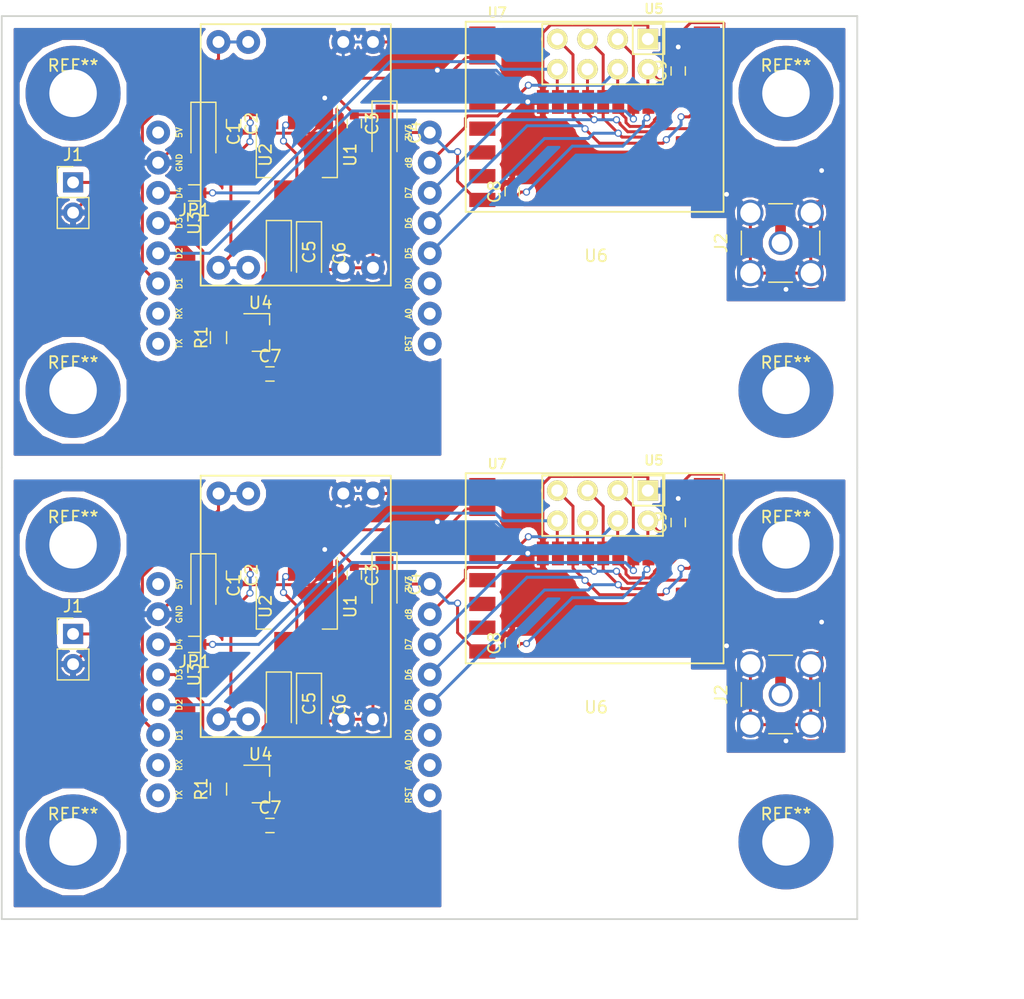
<source format=kicad_pcb>
(kicad_pcb (version 4) (host pcbnew 4.0.6-e0-6349~52~ubuntu16.10.1)
  (layers (0 F.Cu signal) (31 B.Cu signal) (34 B.Paste user) (35 F.Paste user) (36 B.SilkS user) (37 F.SilkS user) (38 B.Mask user) (39 F.Mask user) (44 Edge.Cuts user))
  (net 0 "")
  (net 1 +5V)
  (net 2 GND)
  (net 3 +3V3)
  (net 4 /D5)
  (net 5 /D6)
  (net 6 /D7)
  (net 7 /D8)
  (net 8 /D4)
  (net 9 /D3)
  (net 10 /D2)
  (net 11 /D1)
  (net 12 /ANT)
  (net 13 "Net-(JP1-Pad1)")
  (net 14 +12V)
  (module Pin_Headers:Pin_Header_Straight_1x01_Pitch2.54mm (layer F.Cu) (at 130 110.5)
    (fp_text reference REF** (at 0 -2.33) (layer F.SilkS))
    (fp_text value Pin_Header_Straight_1x01_Pitch2.54mm hide)
    (pad 1 thru_hole circle (at 0 0) (size 8 8) (drill 4) (layers *.Cu *.Mask))
  )
  (module Capacitors_SMD:C_0603 (layer F.Cu) (at 146.57 109.12)
    (fp_text reference C7 (at 0 -1.5) (layer F.SilkS))
    (fp_text value C)
    (pad 1 smd rect (at -0.75 0) (size 0.8 0.75) (layers F.Cu F.Paste F.Mask) (net 3 +3V3))
    (pad 2 smd rect (at 0.75 0) (size 0.8 0.75) (layers F.Cu F.Paste F.Mask) (net 2 GND))
  )
  (module Resistors_SMD:R_0603 (layer F.Cu) (at 142.24 106.06 90)
    (fp_text reference R1 (at 0 -1.45 90) (layer F.SilkS))
    (fp_text value R)
    (pad 1 smd rect (at -0.75 0 90) (size 0.5 0.9) (layers F.Cu F.Paste F.Mask) (net 3 +3V3))
    (pad 2 smd rect (at 0.75 0 90) (size 0.5 0.9) (layers F.Cu F.Paste F.Mask) (net 9 /D3))
  )
  (module TO_SOT_Packages_SMD:SOT-23 (layer F.Cu) (at 145.78 105.63)
    (fp_text reference U4 (at 0 -2.5) (layer F.SilkS))
    (fp_text value ATSHA204A)
    (pad 1 smd rect (at -1 -0.95) (size 0.9 0.8) (layers F.Cu F.Paste F.Mask) (net 9 /D3))
    (pad 2 smd rect (at -1 0.95) (size 0.9 0.8) (layers F.Cu F.Paste F.Mask) (net 3 +3V3))
    (pad 3 smd rect (at 1 0) (size 0.9 0.8) (layers F.Cu F.Paste F.Mask) (net 2 GND))
  )
  (module wemos_d1_mini:Wemos_D1_mini (layer F.Cu) (at 147.32 96.42 180)
    (fp_text reference U3 (at 7.112 0 270) (layer F.SilkS))
    (fp_text value Wemos_D1_mini)
    (fp_text user 5V (at 8.382 7.62 270) (layer F.SilkS) (effects (font (size 0.5 0.5) (thickness 0.1))))
    (fp_text user GND (at 8.382 5.08 270) (layer F.SilkS) (effects (font (size 0.5 0.5) (thickness 0.1))))
    (fp_text user D4 (at 8.382 2.54 270) (layer F.SilkS) (effects (font (size 0.5 0.5) (thickness 0.1))))
    (fp_text user D3 (at 8.382 0 270) (layer F.SilkS) (effects (font (size 0.5 0.5) (thickness 0.1))))
    (fp_text user D2 (at 8.382 -2.54 270) (layer F.SilkS) (effects (font (size 0.5 0.5) (thickness 0.1))))
    (fp_text user D1 (at 8.382 -5.08 270) (layer F.SilkS) (effects (font (size 0.5 0.5) (thickness 0.1))))
    (fp_text user RX (at 8.382 -7.62 270) (layer F.SilkS) (effects (font (size 0.5 0.5) (thickness 0.1))))
    (fp_text user TX (at 8.382 -10.16 270) (layer F.SilkS) (effects (font (size 0.5 0.5) (thickness 0.1))))
    (fp_text user 3V3 (at -10.922 7.62 270) (layer F.SilkS) (effects (font (size 0.5 0.5) (thickness 0.1))))
    (fp_text user d8 (at -10.922 5.08 270) (layer F.SilkS) (effects (font (size 0.5 0.5) (thickness 0.1))))
    (fp_text user D7 (at -10.922 2.54 270) (layer F.SilkS) (effects (font (size 0.5 0.5) (thickness 0.1))))
    (fp_text user D6 (at -10.922 0 270) (layer F.SilkS) (effects (font (size 0.5 0.5) (thickness 0.1))))
    (fp_text user D5 (at -10.922 -2.54 270) (layer F.SilkS) (effects (font (size 0.5 0.5) (thickness 0.1))))
    (fp_text user D0 (at -10.922 -5.08 270) (layer F.SilkS) (effects (font (size 0.5 0.5) (thickness 0.1))))
    (fp_text user A0 (at -10.922 -7.62 270) (layer F.SilkS) (effects (font (size 0.5 0.5) (thickness 0.1))))
    (fp_text user RST (at -10.922 -10.16 270) (layer F.SilkS) (effects (font (size 0.5 0.5) (thickness 0.1))))
    (pad 1 thru_hole oval (at -12.7 -10.16 180) (size 2 2) (drill 1) (layers *.Cu *.Mask))
    (pad 2 thru_hole oval (at -12.7 -7.62 180) (size 2 2) (drill 1) (layers *.Cu *.Mask))
    (pad 3 thru_hole oval (at -12.7 -5.08 180) (size 2 2) (drill 1) (layers *.Cu *.Mask))
    (pad 4 thru_hole oval (at -12.7 -2.54 180) (size 2 2) (drill 1) (layers *.Cu *.Mask) (net 4 /D5))
    (pad 5 thru_hole oval (at -12.7 0 180) (size 2 2) (drill 1) (layers *.Cu *.Mask) (net 5 /D6))
    (pad 6 thru_hole oval (at -12.7 2.54 180) (size 2 2) (drill 1) (layers *.Cu *.Mask) (net 6 /D7))
    (pad 7 thru_hole oval (at -12.7 5.08 180) (size 2 2) (drill 1) (layers *.Cu *.Mask) (net 7 /D8))
    (pad 8 thru_hole oval (at -12.7 7.62 180) (size 2 2) (drill 1) (layers *.Cu *.Mask) (net 3 +3V3))
    (pad 9 thru_hole oval (at 10.16 7.62 180) (size 2 2) (drill 1) (layers *.Cu *.Mask))
    (pad 10 thru_hole oval (at 10.16 5.08 180) (size 2 2) (drill 1) (layers *.Cu *.Mask) (net 2 GND))
    (pad 11 thru_hole oval (at 10.16 2.54 180) (size 2 2) (drill 1) (layers *.Cu *.Mask) (net 8 /D4))
    (pad 12 thru_hole oval (at 10.16 0 180) (size 2 2) (drill 1) (layers *.Cu *.Mask) (net 9 /D3))
    (pad 13 thru_hole oval (at 10.16 -2.54 180) (size 2 2) (drill 1) (layers *.Cu *.Mask) (net 10 /D2))
    (pad 14 thru_hole oval (at 10.16 -5.08 180) (size 2 2) (drill 1) (layers *.Cu *.Mask) (net 11 /D1))
    (pad 15 thru_hole oval (at 10.16 -7.62 180) (size 2 2) (drill 1) (layers *.Cu *.Mask))
    (pad 16 thru_hole oval (at 10.16 -10.16 180) (size 2 2) (drill 1) (layers *.Cu *.Mask))
  )
  (module mp1584:MP1584 (layer F.Cu) (at 148.74 90.68 270)
    (fp_text reference U2 (at 0 2.54 270) (layer F.SilkS))
    (fp_text value MP1584)
    (pad 2 thru_hole circle (at -9.5 -6.5 270) (size 2 2) (drill 1) (layers *.Cu *.Mask) (net 2 GND))
    (pad 2 thru_hole circle (at -9.5 -4 270) (size 2 2) (drill 1) (layers *.Cu *.Mask) (net 2 GND))
    (pad 1 thru_hole circle (at -9.5 4 270) (size 2 2) (drill 1) (layers *.Cu *.Mask) (net 14 +12V))
    (pad 1 thru_hole circle (at -9.5 6.5 270) (size 2 2) (drill 1) (layers *.Cu *.Mask) (net 14 +12V))
    (pad 3 thru_hole circle (at 9.5 4 270) (size 2 2) (drill 1) (layers *.Cu *.Mask) (net 1 +5V))
    (pad 3 thru_hole circle (at 9.5 6.5 270) (size 2 2) (drill 1) (layers *.Cu *.Mask) (net 1 +5V))
    (pad 4 thru_hole circle (at 9.5 -6.5 270) (size 2 2) (drill 1) (layers *.Cu *.Mask) (net 2 GND))
    (pad 4 thru_hole circle (at 9.5 -4 270) (size 2 2) (drill 1) (layers *.Cu *.Mask) (net 2 GND))
  )
  (module Capacitors_SMD:C_0603 (layer F.Cu) (at 143.51 88.05 270)
    (fp_text reference C2 (at 0 -1.5 270) (layer F.SilkS))
    (fp_text value C)
    (pad 1 smd rect (at -0.75 0 270) (size 0.8 0.75) (layers F.Cu F.Paste F.Mask) (net 1 +5V))
    (pad 2 smd rect (at 0.75 0 270) (size 0.8 0.75) (layers F.Cu F.Paste F.Mask) (net 2 GND))
  )
  (module Capacitors_Tantalum_SMD:CP_Tantalum_Case-S_EIA-3216-12_Reflow (layer F.Cu) (at 147.32 98.855 270)
    (fp_text reference C5 (at 0 -2.55 270) (layer F.SilkS))
    (fp_text value CP)
    (pad 1 smd rect (at -1.375 0 270) (size 1.95 1.5) (layers F.Cu F.Paste F.Mask) (net 3 +3V3))
    (pad 2 smd rect (at 1.375 0 270) (size 1.95 1.5) (layers F.Cu F.Paste F.Mask) (net 2 GND))
  )
  (module Capacitors_Tantalum_SMD:CP_Tantalum_Case-S_EIA-3216-12_Reflow (layer F.Cu) (at 149.86 98.96 270)
    (fp_text reference C6 (at 0 -2.55 270) (layer F.SilkS))
    (fp_text value CP)
    (pad 1 smd rect (at -1.375 0 270) (size 1.95 1.5) (layers F.Cu F.Paste F.Mask) (net 3 +3V3))
    (pad 2 smd rect (at 1.375 0 270) (size 1.95 1.5) (layers F.Cu F.Paste F.Mask) (net 2 GND))
  )
  (module Capacitors_SMD:C_0603 (layer F.Cu) (at 153.67 88.05 270)
    (fp_text reference C3 (at 0 -1.5 270) (layer F.SilkS))
    (fp_text value C)
    (pad 1 smd rect (at -0.75 0 270) (size 0.8 0.75) (layers F.Cu F.Paste F.Mask) (net 3 +3V3))
    (pad 2 smd rect (at 0.75 0 270) (size 0.8 0.75) (layers F.Cu F.Paste F.Mask) (net 2 GND))
  )
  (module Capacitors_Tantalum_SMD:CP_Tantalum_Case-S_EIA-3216-12_Reflow (layer F.Cu) (at 140.97 88.905 270)
    (fp_text reference C1 (at 0 -2.55 270) (layer F.SilkS))
    (fp_text value CP)
    (pad 1 smd rect (at -1.375 0 270) (size 1.95 1.5) (layers F.Cu F.Paste F.Mask) (net 1 +5V))
    (pad 2 smd rect (at 1.375 0 270) (size 1.95 1.5) (layers F.Cu F.Paste F.Mask) (net 2 GND))
  )
  (module TO_SOT_Packages_SMD:SOT-223 (layer F.Cu) (at 148.83 90.68 270)
    (fp_text reference U1 (at 0 -4.5 270) (layer F.SilkS))
    (fp_text value LM1117-3.3)
    (pad 4 smd rect (at 3.15 0 270) (size 2 3.8) (layers F.Cu F.Paste F.Mask) (net 3 +3V3))
    (pad 2 smd rect (at -3.15 0 270) (size 2 1.5) (layers F.Cu F.Paste F.Mask) (net 3 +3V3))
    (pad 3 smd rect (at -3.15 2.3 270) (size 2 1.5) (layers F.Cu F.Paste F.Mask) (net 1 +5V))
    (pad 1 smd rect (at -3.15 -2.3 270) (size 2 1.5) (layers F.Cu F.Paste F.Mask) (net 2 GND))
  )
  (module Pin_Headers:Pin_Header_Straight_1x01_Pitch2.54mm (layer F.Cu) (at 190 110.5)
    (fp_text reference REF** (at 0 -2.33) (layer F.SilkS))
    (fp_text value Pin_Header_Straight_1x01_Pitch2.54mm hide)
    (pad 1 thru_hole circle (at 0 0) (size 8 8) (drill 4) (layers *.Cu *.Mask))
  )
  (module Connect:SMA_THT_Jack_Straight (layer F.Cu) (at 189.54463 98.094678 90)
    (fp_text reference J2 (at 0 -5 90) (layer F.SilkS))
    (fp_text value CONN_COAXIAL)
    (pad 2 thru_hole circle (at -2.54 2.54 90) (size 2.2 2.2) (drill 1.7) (layers *.Cu *.Mask) (net 2 GND))
    (pad 2 thru_hole circle (at -2.54 -2.54 90) (size 2.2 2.2) (drill 1.7) (layers *.Cu *.Mask) (net 2 GND))
    (pad 2 thru_hole circle (at 2.54 -2.54 90) (size 2.2 2.2) (drill 1.7) (layers *.Cu *.Mask) (net 2 GND))
    (pad 2 thru_hole circle (at 2.54 2.54 90) (size 2.2 2.2) (drill 1.7) (layers *.Cu *.Mask) (net 2 GND))
    (pad 1 thru_hole circle (at 0 0 90) (size 2 2) (drill 1.5) (layers *.Cu *.Mask) (net 12 /ANT))
  )
  (module mysensors_radios:NRF24L01_PA_LNA-SMD (layer F.Cu) (at 174.02463 94.924678 180)
    (fp_text reference U6 (at 0 -4.25 180) (layer F.SilkS))
    (fp_text value NRF24L01)
    (pad 2 smd rect (at -4.4 8.7 180) (size 1 2) (layers F.Cu F.Paste F.Mask) (net 3 +3V3))
    (pad 3 smd rect (at -3.13 8.7 180) (size 1 2) (layers F.Cu F.Paste F.Mask) (net 10 /D2))
    (pad 4 smd rect (at -1.86 8.7 180) (size 1 2) (layers F.Cu F.Paste F.Mask) (net 7 /D8))
    (pad 5 smd rect (at -0.59 8.7 180) (size 1 2) (layers F.Cu F.Paste F.Mask) (net 4 /D5))
    (pad 6 smd rect (at 0.68 8.7 180) (size 1 2) (layers F.Cu F.Paste F.Mask) (net 6 /D7))
    (pad 7 smd rect (at 1.95 8.7 180) (size 1 2) (layers F.Cu F.Paste F.Mask) (net 5 /D6))
    (pad 8 smd rect (at 3.22 8.7 180) (size 1 2) (layers F.Cu F.Paste F.Mask) (net 13 "Net-(JP1-Pad1)"))
    (pad 1 smd rect (at 4.49 8.7 180) (size 1 2) (layers F.Cu F.Paste F.Mask) (net 2 GND))
  )
  (module Pin_Headers:Pin_Header_Straight_1x01_Pitch2.54mm (layer F.Cu) (at 190 85.5)
    (fp_text reference REF** (at 0 -2.33) (layer F.SilkS))
    (fp_text value Pin_Header_Straight_1x01_Pitch2.54mm hide)
    (pad 1 thru_hole circle (at 0 0) (size 8 8) (drill 4) (layers *.Cu *.Mask))
  )
  (module mysensors_radios:NRF24L01 (layer F.Cu) (at 179.89863 79.410678)
    (fp_text reference U5 (at -1.016 -1.016) (layer F.SilkS) (effects (font (size 0.8 0.8) (thickness 0.16))))
    (fp_text value NRF24L01 hide)
    (pad 7 thru_hole oval (at -9.144 1.524) (size 1.7272 1.7272) (drill 1.016) (layers *.Cu *.Mask F.SilkS) (net 5 /D6))
    (pad 8 thru_hole oval (at -9.144 4.064) (size 1.7272 1.7272) (drill 1.016) (layers *.Cu *.Mask F.SilkS) (net 13 "Net-(JP1-Pad1)"))
    (pad 5 thru_hole oval (at -6.604 1.524) (size 1.7272 1.7272) (drill 1.016) (layers *.Cu *.Mask F.SilkS) (net 4 /D5))
    (pad 6 thru_hole oval (at -6.604 4.064) (size 1.7272 1.7272) (drill 1.016) (layers *.Cu *.Mask F.SilkS) (net 6 /D7))
    (pad 3 thru_hole oval (at -4.064 1.524) (size 1.7272 1.7272) (drill 1.016) (layers *.Cu *.Mask F.SilkS) (net 10 /D2))
    (pad 4 thru_hole oval (at -4.064 4.064) (size 1.7272 1.7272) (drill 1.016) (layers *.Cu *.Mask F.SilkS) (net 7 /D8))
    (pad 1 thru_hole rect (at -1.524 1.524) (size 1.7272 1.7272) (drill 1.016) (layers *.Cu *.Mask F.SilkS) (net 2 GND))
    (pad 2 thru_hole oval (at -1.524 4.064) (size 1.7272 1.7272) (drill 1.016) (layers *.Cu *.Mask F.SilkS) (net 3 +3V3))
  )
  (module Capacitors_SMD:C_0603 (layer F.Cu) (at 180.93 83.62 90)
    (fp_text reference C9 (at 0 -1.5 90) (layer F.SilkS))
    (fp_text value C)
    (pad 1 smd rect (at -0.75 0 90) (size 0.8 0.75) (layers F.Cu F.Paste F.Mask) (net 3 +3V3))
    (pad 2 smd rect (at 0.75 0 90) (size 0.8 0.75) (layers F.Cu F.Paste F.Mask) (net 2 GND))
  )
  (module Capacitors_SMD:C_0603 (layer F.Cu) (at 166.96 93.78 90)
    (fp_text reference C8 (at 0 -1.5 90) (layer F.SilkS))
    (fp_text value C)
    (pad 1 smd rect (at -0.75 0 90) (size 0.8 0.75) (layers F.Cu F.Paste F.Mask) (net 3 +3V3))
    (pad 2 smd rect (at 0.75 0 90) (size 0.8 0.75) (layers F.Cu F.Paste F.Mask) (net 2 GND))
  )
  (module mysensors_radios:RFM69HW_SMD (layer F.Cu) (at 165.44463 80.474678)
    (fp_text reference U7 (at 0.254 -1.778) (layer F.SilkS) (effects (font (size 0.8 0.8) (thickness 0.16))))
    (fp_text value RFM69HW hide)
    (pad 1 smd rect (at -1 0) (size 2.2 1.2) (layers F.Cu F.Paste F.Mask))
    (pad 2 smd rect (at -1 2) (size 2.2 1.2) (layers F.Cu F.Paste F.Mask) (net 11 /D1))
    (pad 3 smd rect (at -1 4) (size 2.2 1.2) (layers F.Cu F.Paste F.Mask))
    (pad 4 smd rect (at -1 6) (size 2.2 1.2) (layers F.Cu F.Paste F.Mask))
    (pad 5 smd rect (at -1 8) (size 2.2 1.2) (layers F.Cu F.Paste F.Mask))
    (pad 6 smd rect (at -1 10) (size 2.2 1.2) (layers F.Cu F.Paste F.Mask))
    (pad 7 smd rect (at -1 12) (size 2.2 1.2) (layers F.Cu F.Paste F.Mask))
    (pad 8 smd rect (at -1 14) (size 2.2 1.2) (layers F.Cu F.Paste F.Mask) (net 3 +3V3))
    (pad 9 smd rect (at 17.9 14) (size 2.2 1.2) (layers F.Cu F.Paste F.Mask) (net 2 GND))
    (pad 10 smd rect (at 17.9 12) (size 2.2 1.2) (layers F.Cu F.Paste F.Mask) (net 12 /ANT))
    (pad 11 smd rect (at 17.9 10) (size 2.2 1.2) (layers F.Cu F.Paste F.Mask) (net 2 GND))
    (pad 12 smd rect (at 17.9 8) (size 2.2 1.2) (layers F.Cu F.Paste F.Mask) (net 4 /D5))
    (pad 13 smd rect (at 17.9 6) (size 2.2 1.2) (layers F.Cu F.Paste F.Mask) (net 5 /D6))
    (pad 14 smd rect (at 17.9 4) (size 2.2 1.2) (layers F.Cu F.Paste F.Mask) (net 6 /D7))
    (pad 15 smd rect (at 17.9 2) (size 2.2 1.2) (layers F.Cu F.Paste F.Mask) (net 7 /D8))
    (pad 16 smd rect (at 17.9 0) (size 2.2 1.2) (layers F.Cu F.Paste F.Mask))
  )
  (module Pin_Headers:Pin_Header_Straight_1x01_Pitch2.54mm (layer F.Cu) (at 130 85.5)
    (fp_text reference REF** (at 0 -2.33) (layer F.SilkS))
    (fp_text value Pin_Header_Straight_1x01_Pitch2.54mm hide)
    (pad 1 thru_hole circle (at 0 0) (size 8 8) (drill 4) (layers *.Cu *.Mask))
  )
  (module Resistors_SMD:R_0603 (layer F.Cu) (at 140.22 93.88 180)
    (fp_text reference JP1 (at 0 -1.45 180) (layer F.SilkS))
    (fp_text value Jumper_NO_Small)
    (pad 1 smd rect (at -0.75 0 180) (size 0.5 0.9) (layers F.Cu F.Paste F.Mask) (net 13 "Net-(JP1-Pad1)"))
    (pad 2 smd rect (at 0.75 0 180) (size 0.5 0.9) (layers F.Cu F.Paste F.Mask) (net 8 /D4))
  )
  (module Capacitors_Tantalum_SMD:CP_Tantalum_Case-S_EIA-3216-12_Reflow (layer F.Cu) (at 156.21 88.8 270)
    (fp_text reference C4 (at 0 -2.55 270) (layer F.SilkS))
    (fp_text value CP)
    (pad 1 smd rect (at -1.375 0 270) (size 1.95 1.5) (layers F.Cu F.Paste F.Mask) (net 3 +3V3))
    (pad 2 smd rect (at 1.375 0 270) (size 1.95 1.5) (layers F.Cu F.Paste F.Mask) (net 2 GND))
  )
  (module Pin_Headers:Pin_Header_Straight_1x02_Pitch2.54mm (layer F.Cu) (at 130 93)
    (fp_text reference J1 (at 0 -2.33) (layer F.SilkS))
    (fp_text value CONN_01X02)
    (pad 1 thru_hole rect (at 0 0) (size 1.7 1.7) (drill 1) (layers *.Cu *.Mask) (net 14 +12V))
    (pad 2 thru_hole oval (at 0 2.54) (size 1.7 1.7) (drill 1) (layers *.Cu *.Mask) (net 2 GND))
  )
  (module Pin_Headers:Pin_Header_Straight_1x01_Pitch2.54mm (layer F.Cu) (at 130 47.5)
    (fp_text reference REF** (at 0 -2.33) (layer F.SilkS))
    (fp_text value Pin_Header_Straight_1x01_Pitch2.54mm hide)
    (pad 1 thru_hole circle (at 0 0) (size 8 8) (drill 4) (layers *.Cu *.Mask))
  )
  (module Pin_Headers:Pin_Header_Straight_1x01_Pitch2.54mm (layer F.Cu) (at 130 72.5)
    (fp_text reference REF** (at 0 -2.33) (layer F.SilkS))
    (fp_text value Pin_Header_Straight_1x01_Pitch2.54mm hide)
    (pad 1 thru_hole circle (at 0 0) (size 8 8) (drill 4) (layers *.Cu *.Mask))
  )
  (module Pin_Headers:Pin_Header_Straight_1x01_Pitch2.54mm (layer F.Cu) (at 190 72.5)
    (fp_text reference REF** (at 0 -2.33) (layer F.SilkS))
    (fp_text value Pin_Header_Straight_1x01_Pitch2.54mm hide)
    (pad 1 thru_hole circle (at 0 0) (size 8 8) (drill 4) (layers *.Cu *.Mask))
  )
  (module Capacitors_Tantalum_SMD:CP_Tantalum_Case-S_EIA-3216-12_Reflow (layer F.Cu) (at 140.97 50.905 270)
    (fp_text reference C1 (at 0 -2.55 270) (layer F.SilkS))
    (fp_text value CP)
    (pad 1 smd rect (at -1.375 0 270) (size 1.95 1.5) (layers F.Cu F.Paste F.Mask) (net 1 +5V))
    (pad 2 smd rect (at 1.375 0 270) (size 1.95 1.5) (layers F.Cu F.Paste F.Mask) (net 2 GND))
  )
  (module Capacitors_SMD:C_0603 (layer F.Cu) (at 143.51 50.05 270)
    (fp_text reference C2 (at 0 -1.5 270) (layer F.SilkS))
    (fp_text value C)
    (pad 1 smd rect (at -0.75 0 270) (size 0.8 0.75) (layers F.Cu F.Paste F.Mask) (net 1 +5V))
    (pad 2 smd rect (at 0.75 0 270) (size 0.8 0.75) (layers F.Cu F.Paste F.Mask) (net 2 GND))
  )
  (module Capacitors_SMD:C_0603 (layer F.Cu) (at 153.67 50.05 270)
    (fp_text reference C3 (at 0 -1.5 270) (layer F.SilkS))
    (fp_text value C)
    (pad 1 smd rect (at -0.75 0 270) (size 0.8 0.75) (layers F.Cu F.Paste F.Mask) (net 3 +3V3))
    (pad 2 smd rect (at 0.75 0 270) (size 0.8 0.75) (layers F.Cu F.Paste F.Mask) (net 2 GND))
  )
  (module Capacitors_Tantalum_SMD:CP_Tantalum_Case-S_EIA-3216-12_Reflow (layer F.Cu) (at 156.21 50.8 270)
    (fp_text reference C4 (at 0 -2.55 270) (layer F.SilkS))
    (fp_text value CP)
    (pad 1 smd rect (at -1.375 0 270) (size 1.95 1.5) (layers F.Cu F.Paste F.Mask) (net 3 +3V3))
    (pad 2 smd rect (at 1.375 0 270) (size 1.95 1.5) (layers F.Cu F.Paste F.Mask) (net 2 GND))
  )
  (module Capacitors_Tantalum_SMD:CP_Tantalum_Case-S_EIA-3216-12_Reflow (layer F.Cu) (at 147.32 60.855 270)
    (fp_text reference C5 (at 0 -2.55 270) (layer F.SilkS))
    (fp_text value CP)
    (pad 1 smd rect (at -1.375 0 270) (size 1.95 1.5) (layers F.Cu F.Paste F.Mask) (net 3 +3V3))
    (pad 2 smd rect (at 1.375 0 270) (size 1.95 1.5) (layers F.Cu F.Paste F.Mask) (net 2 GND))
  )
  (module Capacitors_Tantalum_SMD:CP_Tantalum_Case-S_EIA-3216-12_Reflow (layer F.Cu) (at 149.86 60.96 270)
    (fp_text reference C6 (at 0 -2.55 270) (layer F.SilkS))
    (fp_text value CP)
    (pad 1 smd rect (at -1.375 0 270) (size 1.95 1.5) (layers F.Cu F.Paste F.Mask) (net 3 +3V3))
    (pad 2 smd rect (at 1.375 0 270) (size 1.95 1.5) (layers F.Cu F.Paste F.Mask) (net 2 GND))
  )
  (module Capacitors_SMD:C_0603 (layer F.Cu) (at 146.57 71.12)
    (fp_text reference C7 (at 0 -1.5) (layer F.SilkS))
    (fp_text value C)
    (pad 1 smd rect (at -0.75 0) (size 0.8 0.75) (layers F.Cu F.Paste F.Mask) (net 3 +3V3))
    (pad 2 smd rect (at 0.75 0) (size 0.8 0.75) (layers F.Cu F.Paste F.Mask) (net 2 GND))
  )
  (module Capacitors_SMD:C_0603 (layer F.Cu) (at 166.96 55.78 90)
    (fp_text reference C8 (at 0 -1.5 90) (layer F.SilkS))
    (fp_text value C)
    (pad 1 smd rect (at -0.75 0 90) (size 0.8 0.75) (layers F.Cu F.Paste F.Mask) (net 3 +3V3))
    (pad 2 smd rect (at 0.75 0 90) (size 0.8 0.75) (layers F.Cu F.Paste F.Mask) (net 2 GND))
  )
  (module Capacitors_SMD:C_0603 (layer F.Cu) (at 180.93 45.62 90)
    (fp_text reference C9 (at 0 -1.5 90) (layer F.SilkS))
    (fp_text value C)
    (pad 1 smd rect (at -0.75 0 90) (size 0.8 0.75) (layers F.Cu F.Paste F.Mask) (net 3 +3V3))
    (pad 2 smd rect (at 0.75 0 90) (size 0.8 0.75) (layers F.Cu F.Paste F.Mask) (net 2 GND))
  )
  (module Connect:SMA_THT_Jack_Straight (layer F.Cu) (at 189.54463 60.094678 90)
    (fp_text reference J2 (at 0 -5 90) (layer F.SilkS))
    (fp_text value CONN_COAXIAL)
    (pad 2 thru_hole circle (at -2.54 2.54 90) (size 2.2 2.2) (drill 1.7) (layers *.Cu *.Mask) (net 2 GND))
    (pad 2 thru_hole circle (at -2.54 -2.54 90) (size 2.2 2.2) (drill 1.7) (layers *.Cu *.Mask) (net 2 GND))
    (pad 2 thru_hole circle (at 2.54 -2.54 90) (size 2.2 2.2) (drill 1.7) (layers *.Cu *.Mask) (net 2 GND))
    (pad 2 thru_hole circle (at 2.54 2.54 90) (size 2.2 2.2) (drill 1.7) (layers *.Cu *.Mask) (net 2 GND))
    (pad 1 thru_hole circle (at 0 0 90) (size 2 2) (drill 1.5) (layers *.Cu *.Mask) (net 12 /ANT))
  )
  (module Resistors_SMD:R_0603 (layer F.Cu) (at 140.22 55.88 180)
    (fp_text reference JP1 (at 0 -1.45 180) (layer F.SilkS))
    (fp_text value Jumper_NO_Small)
    (pad 1 smd rect (at -0.75 0 180) (size 0.5 0.9) (layers F.Cu F.Paste F.Mask) (net 13 "Net-(JP1-Pad1)"))
    (pad 2 smd rect (at 0.75 0 180) (size 0.5 0.9) (layers F.Cu F.Paste F.Mask) (net 8 /D4))
  )
  (module Resistors_SMD:R_0603 (layer F.Cu) (at 142.24 68.06 90)
    (fp_text reference R1 (at 0 -1.45 90) (layer F.SilkS))
    (fp_text value R)
    (pad 1 smd rect (at -0.75 0 90) (size 0.5 0.9) (layers F.Cu F.Paste F.Mask) (net 3 +3V3))
    (pad 2 smd rect (at 0.75 0 90) (size 0.5 0.9) (layers F.Cu F.Paste F.Mask) (net 9 /D3))
  )
  (module TO_SOT_Packages_SMD:SOT-223 (layer F.Cu) (at 148.83 52.68 270)
    (fp_text reference U1 (at 0 -4.5 270) (layer F.SilkS))
    (fp_text value LM1117-3.3)
    (pad 4 smd rect (at 3.15 0 270) (size 2 3.8) (layers F.Cu F.Paste F.Mask) (net 3 +3V3))
    (pad 2 smd rect (at -3.15 0 270) (size 2 1.5) (layers F.Cu F.Paste F.Mask) (net 3 +3V3))
    (pad 3 smd rect (at -3.15 2.3 270) (size 2 1.5) (layers F.Cu F.Paste F.Mask) (net 1 +5V))
    (pad 1 smd rect (at -3.15 -2.3 270) (size 2 1.5) (layers F.Cu F.Paste F.Mask) (net 2 GND))
  )
  (module mp1584:MP1584 (layer F.Cu) (at 148.74 52.68 270)
    (fp_text reference U2 (at 0 2.54 270) (layer F.SilkS))
    (fp_text value MP1584)
    (pad 2 thru_hole circle (at -9.5 -6.5 270) (size 2 2) (drill 1) (layers *.Cu *.Mask) (net 2 GND))
    (pad 2 thru_hole circle (at -9.5 -4 270) (size 2 2) (drill 1) (layers *.Cu *.Mask) (net 2 GND))
    (pad 1 thru_hole circle (at -9.5 4 270) (size 2 2) (drill 1) (layers *.Cu *.Mask) (net 14 +12V))
    (pad 1 thru_hole circle (at -9.5 6.5 270) (size 2 2) (drill 1) (layers *.Cu *.Mask) (net 14 +12V))
    (pad 3 thru_hole circle (at 9.5 4 270) (size 2 2) (drill 1) (layers *.Cu *.Mask) (net 1 +5V))
    (pad 3 thru_hole circle (at 9.5 6.5 270) (size 2 2) (drill 1) (layers *.Cu *.Mask) (net 1 +5V))
    (pad 4 thru_hole circle (at 9.5 -6.5 270) (size 2 2) (drill 1) (layers *.Cu *.Mask) (net 2 GND))
    (pad 4 thru_hole circle (at 9.5 -4 270) (size 2 2) (drill 1) (layers *.Cu *.Mask) (net 2 GND))
  )
  (module wemos_d1_mini:Wemos_D1_mini (layer F.Cu) (at 147.32 58.42 180)
    (fp_text reference U3 (at 7.112 0 270) (layer F.SilkS))
    (fp_text value Wemos_D1_mini)
    (fp_text user 5V (at 8.382 7.62 270) (layer F.SilkS) (effects (font (size 0.5 0.5) (thickness 0.1))))
    (fp_text user GND (at 8.382 5.08 270) (layer F.SilkS) (effects (font (size 0.5 0.5) (thickness 0.1))))
    (fp_text user D4 (at 8.382 2.54 270) (layer F.SilkS) (effects (font (size 0.5 0.5) (thickness 0.1))))
    (fp_text user D3 (at 8.382 0 270) (layer F.SilkS) (effects (font (size 0.5 0.5) (thickness 0.1))))
    (fp_text user D2 (at 8.382 -2.54 270) (layer F.SilkS) (effects (font (size 0.5 0.5) (thickness 0.1))))
    (fp_text user D1 (at 8.382 -5.08 270) (layer F.SilkS) (effects (font (size 0.5 0.5) (thickness 0.1))))
    (fp_text user RX (at 8.382 -7.62 270) (layer F.SilkS) (effects (font (size 0.5 0.5) (thickness 0.1))))
    (fp_text user TX (at 8.382 -10.16 270) (layer F.SilkS) (effects (font (size 0.5 0.5) (thickness 0.1))))
    (fp_text user 3V3 (at -10.922 7.62 270) (layer F.SilkS) (effects (font (size 0.5 0.5) (thickness 0.1))))
    (fp_text user d8 (at -10.922 5.08 270) (layer F.SilkS) (effects (font (size 0.5 0.5) (thickness 0.1))))
    (fp_text user D7 (at -10.922 2.54 270) (layer F.SilkS) (effects (font (size 0.5 0.5) (thickness 0.1))))
    (fp_text user D6 (at -10.922 0 270) (layer F.SilkS) (effects (font (size 0.5 0.5) (thickness 0.1))))
    (fp_text user D5 (at -10.922 -2.54 270) (layer F.SilkS) (effects (font (size 0.5 0.5) (thickness 0.1))))
    (fp_text user D0 (at -10.922 -5.08 270) (layer F.SilkS) (effects (font (size 0.5 0.5) (thickness 0.1))))
    (fp_text user A0 (at -10.922 -7.62 270) (layer F.SilkS) (effects (font (size 0.5 0.5) (thickness 0.1))))
    (fp_text user RST (at -10.922 -10.16 270) (layer F.SilkS) (effects (font (size 0.5 0.5) (thickness 0.1))))
    (pad 1 thru_hole oval (at -12.7 -10.16 180) (size 2 2) (drill 1) (layers *.Cu *.Mask))
    (pad 2 thru_hole oval (at -12.7 -7.62 180) (size 2 2) (drill 1) (layers *.Cu *.Mask))
    (pad 3 thru_hole oval (at -12.7 -5.08 180) (size 2 2) (drill 1) (layers *.Cu *.Mask))
    (pad 4 thru_hole oval (at -12.7 -2.54 180) (size 2 2) (drill 1) (layers *.Cu *.Mask) (net 4 /D5))
    (pad 5 thru_hole oval (at -12.7 0 180) (size 2 2) (drill 1) (layers *.Cu *.Mask) (net 5 /D6))
    (pad 6 thru_hole oval (at -12.7 2.54 180) (size 2 2) (drill 1) (layers *.Cu *.Mask) (net 6 /D7))
    (pad 7 thru_hole oval (at -12.7 5.08 180) (size 2 2) (drill 1) (layers *.Cu *.Mask) (net 7 /D8))
    (pad 8 thru_hole oval (at -12.7 7.62 180) (size 2 2) (drill 1) (layers *.Cu *.Mask) (net 3 +3V3))
    (pad 9 thru_hole oval (at 10.16 7.62 180) (size 2 2) (drill 1) (layers *.Cu *.Mask))
    (pad 10 thru_hole oval (at 10.16 5.08 180) (size 2 2) (drill 1) (layers *.Cu *.Mask) (net 2 GND))
    (pad 11 thru_hole oval (at 10.16 2.54 180) (size 2 2) (drill 1) (layers *.Cu *.Mask) (net 8 /D4))
    (pad 12 thru_hole oval (at 10.16 0 180) (size 2 2) (drill 1) (layers *.Cu *.Mask) (net 9 /D3))
    (pad 13 thru_hole oval (at 10.16 -2.54 180) (size 2 2) (drill 1) (layers *.Cu *.Mask) (net 10 /D2))
    (pad 14 thru_hole oval (at 10.16 -5.08 180) (size 2 2) (drill 1) (layers *.Cu *.Mask) (net 11 /D1))
    (pad 15 thru_hole oval (at 10.16 -7.62 180) (size 2 2) (drill 1) (layers *.Cu *.Mask))
    (pad 16 thru_hole oval (at 10.16 -10.16 180) (size 2 2) (drill 1) (layers *.Cu *.Mask))
  )
  (module TO_SOT_Packages_SMD:SOT-23 (layer F.Cu) (at 145.78 67.63)
    (fp_text reference U4 (at 0 -2.5) (layer F.SilkS))
    (fp_text value ATSHA204A)
    (pad 1 smd rect (at -1 -0.95) (size 0.9 0.8) (layers F.Cu F.Paste F.Mask) (net 9 /D3))
    (pad 2 smd rect (at -1 0.95) (size 0.9 0.8) (layers F.Cu F.Paste F.Mask) (net 3 +3V3))
    (pad 3 smd rect (at 1 0) (size 0.9 0.8) (layers F.Cu F.Paste F.Mask) (net 2 GND))
  )
  (module mysensors_radios:NRF24L01 (layer F.Cu) (at 179.89863 41.410678)
    (fp_text reference U5 (at -1.016 -1.016) (layer F.SilkS) (effects (font (size 0.8 0.8) (thickness 0.16))))
    (fp_text value NRF24L01 hide)
    (pad 7 thru_hole oval (at -9.144 1.524) (size 1.7272 1.7272) (drill 1.016) (layers *.Cu *.Mask F.SilkS) (net 5 /D6))
    (pad 8 thru_hole oval (at -9.144 4.064) (size 1.7272 1.7272) (drill 1.016) (layers *.Cu *.Mask F.SilkS) (net 13 "Net-(JP1-Pad1)"))
    (pad 5 thru_hole oval (at -6.604 1.524) (size 1.7272 1.7272) (drill 1.016) (layers *.Cu *.Mask F.SilkS) (net 4 /D5))
    (pad 6 thru_hole oval (at -6.604 4.064) (size 1.7272 1.7272) (drill 1.016) (layers *.Cu *.Mask F.SilkS) (net 6 /D7))
    (pad 3 thru_hole oval (at -4.064 1.524) (size 1.7272 1.7272) (drill 1.016) (layers *.Cu *.Mask F.SilkS) (net 10 /D2))
    (pad 4 thru_hole oval (at -4.064 4.064) (size 1.7272 1.7272) (drill 1.016) (layers *.Cu *.Mask F.SilkS) (net 7 /D8))
    (pad 1 thru_hole rect (at -1.524 1.524) (size 1.7272 1.7272) (drill 1.016) (layers *.Cu *.Mask F.SilkS) (net 2 GND))
    (pad 2 thru_hole oval (at -1.524 4.064) (size 1.7272 1.7272) (drill 1.016) (layers *.Cu *.Mask F.SilkS) (net 3 +3V3))
  )
  (module mysensors_radios:NRF24L01_PA_LNA-SMD (layer F.Cu) (at 174.02463 56.924678 180)
    (fp_text reference U6 (at 0 -4.25 180) (layer F.SilkS))
    (fp_text value NRF24L01)
    (pad 2 smd rect (at -4.4 8.7 180) (size 1 2) (layers F.Cu F.Paste F.Mask) (net 3 +3V3))
    (pad 3 smd rect (at -3.13 8.7 180) (size 1 2) (layers F.Cu F.Paste F.Mask) (net 10 /D2))
    (pad 4 smd rect (at -1.86 8.7 180) (size 1 2) (layers F.Cu F.Paste F.Mask) (net 7 /D8))
    (pad 5 smd rect (at -0.59 8.7 180) (size 1 2) (layers F.Cu F.Paste F.Mask) (net 4 /D5))
    (pad 6 smd rect (at 0.68 8.7 180) (size 1 2) (layers F.Cu F.Paste F.Mask) (net 6 /D7))
    (pad 7 smd rect (at 1.95 8.7 180) (size 1 2) (layers F.Cu F.Paste F.Mask) (net 5 /D6))
    (pad 8 smd rect (at 3.22 8.7 180) (size 1 2) (layers F.Cu F.Paste F.Mask) (net 13 "Net-(JP1-Pad1)"))
    (pad 1 smd rect (at 4.49 8.7 180) (size 1 2) (layers F.Cu F.Paste F.Mask) (net 2 GND))
  )
  (module mysensors_radios:RFM69HW_SMD (layer F.Cu) (at 165.44463 42.474678)
    (fp_text reference U7 (at 0.254 -1.778) (layer F.SilkS) (effects (font (size 0.8 0.8) (thickness 0.16))))
    (fp_text value RFM69HW hide)
    (pad 1 smd rect (at -1 0) (size 2.2 1.2) (layers F.Cu F.Paste F.Mask))
    (pad 2 smd rect (at -1 2) (size 2.2 1.2) (layers F.Cu F.Paste F.Mask) (net 11 /D1))
    (pad 3 smd rect (at -1 4) (size 2.2 1.2) (layers F.Cu F.Paste F.Mask))
    (pad 4 smd rect (at -1 6) (size 2.2 1.2) (layers F.Cu F.Paste F.Mask))
    (pad 5 smd rect (at -1 8) (size 2.2 1.2) (layers F.Cu F.Paste F.Mask))
    (pad 6 smd rect (at -1 10) (size 2.2 1.2) (layers F.Cu F.Paste F.Mask))
    (pad 7 smd rect (at -1 12) (size 2.2 1.2) (layers F.Cu F.Paste F.Mask))
    (pad 8 smd rect (at -1 14) (size 2.2 1.2) (layers F.Cu F.Paste F.Mask) (net 3 +3V3))
    (pad 9 smd rect (at 17.9 14) (size 2.2 1.2) (layers F.Cu F.Paste F.Mask) (net 2 GND))
    (pad 10 smd rect (at 17.9 12) (size 2.2 1.2) (layers F.Cu F.Paste F.Mask) (net 12 /ANT))
    (pad 11 smd rect (at 17.9 10) (size 2.2 1.2) (layers F.Cu F.Paste F.Mask) (net 2 GND))
    (pad 12 smd rect (at 17.9 8) (size 2.2 1.2) (layers F.Cu F.Paste F.Mask) (net 4 /D5))
    (pad 13 smd rect (at 17.9 6) (size 2.2 1.2) (layers F.Cu F.Paste F.Mask) (net 5 /D6))
    (pad 14 smd rect (at 17.9 4) (size 2.2 1.2) (layers F.Cu F.Paste F.Mask) (net 6 /D7))
    (pad 15 smd rect (at 17.9 2) (size 2.2 1.2) (layers F.Cu F.Paste F.Mask) (net 7 /D8))
    (pad 16 smd rect (at 17.9 0) (size 2.2 1.2) (layers F.Cu F.Paste F.Mask))
  )
  (module Pin_Headers:Pin_Header_Straight_1x02_Pitch2.54mm (layer F.Cu) (at 130 55)
    (fp_text reference J1 (at 0 -2.33) (layer F.SilkS))
    (fp_text value CONN_01X02)
    (pad 1 thru_hole rect (at 0 0) (size 1.7 1.7) (drill 1) (layers *.Cu *.Mask) (net 14 +12V))
    (pad 2 thru_hole oval (at 0 2.54) (size 1.7 1.7) (drill 1) (layers *.Cu *.Mask) (net 2 GND))
  )
  (module Pin_Headers:Pin_Header_Straight_1x01_Pitch2.54mm (layer F.Cu) (at 190 47.5)
    (fp_text reference REF** (at 0 -2.33) (layer F.SilkS))
    (fp_text value Pin_Header_Straight_1x01_Pitch2.54mm hide)
    (pad 1 thru_hole circle (at 0 0) (size 8 8) (drill 4) (layers *.Cu *.Mask))
  )
  (gr_line (start 196 79) (end 196 117) (layer Edge.Cuts) (width 0.15))
  (gr_line (start 124 117) (end 124 79) (layer Edge.Cuts) (width 0.15))
  (gr_line (start 196 117) (end 124 117) (layer Edge.Cuts) (width 0.15))
  (gr_line (start 124 41) (end 196 41) (layer Edge.Cuts) (width 0.15))
  (gr_line (start 124 79) (end 124 41) (layer Edge.Cuts) (width 0.15))
  (gr_line (start 196 41) (end 196 79) (layer Edge.Cuts) (width 0.15))
  (segment (start 143.2814 91.1686) (end 143.2814 99.1386) (width 0.25) (layer F.Cu) (net 1))
  (segment (start 143.2814 99.1386) (end 142.24 100.18) (width 0.25) (layer F.Cu) (net 1))
  (segment (start 143.28 87.53) (end 143.51 87.3) (width 0.25) (layer F.Cu) (net 1))
  (segment (start 143.51 87.3) (end 144.9324 87.3) (width 0.25) (layer F.Cu) (net 1))
  (segment (start 143.2814 91.1686) (end 144.89 89.56) (width 0.25) (layer F.Cu) (net 1))
  (segment (start 140.97 87.53) (end 143.28 87.53) (width 0.25) (layer F.Cu) (net 1))
  (segment (start 144.9324 87.3) (end 144.9324 87.9491) (width 0.25) (layer F.Cu) (net 1))
  (segment (start 144.9324 87.3) (end 146.3 87.3) (width 0.25) (layer F.Cu) (net 1))
  (segment (start 144.9324 87.9491) (end 144.907 87.9745) (width 0.25) (layer F.Cu) (net 1))
  (segment (start 146.3 87.3) (end 146.53 87.53) (width 0.25) (layer F.Cu) (net 1))
  (segment (start 144.907 87.9745) (end 144.907 89.543) (width 0.25) (layer B.Cu) (net 1))
  (segment (start 144.907 89.543) (end 144.89 89.56) (width 0.25) (layer B.Cu) (net 1))
  (segment (start 142.24 100.18) (end 144.74 100.18) (width 0.25) (layer B.Cu) (net 1))
  (via (at 144.907 87.9745) (size 0.6) (drill 0.4) (layers F.Cu B.Cu) (net 1))
  (via (at 144.89 89.56) (size 0.6) (drill 0.4) (layers F.Cu B.Cu) (net 1))
  (segment (start 143.2814 53.1686) (end 143.2814 61.1386) (width 0.25) (layer F.Cu) (net 1))
  (segment (start 143.2814 53.1686) (end 144.89 51.56) (width 0.25) (layer F.Cu) (net 1))
  (segment (start 144.907 49.9745) (end 144.907 51.543) (width 0.25) (layer B.Cu) (net 1))
  (segment (start 144.907 51.543) (end 144.89 51.56) (width 0.25) (layer B.Cu) (net 1))
  (via (at 144.89 51.56) (size 0.6) (drill 0.4) (layers F.Cu B.Cu) (net 1))
  (segment (start 143.2814 61.1386) (end 142.24 62.18) (width 0.25) (layer F.Cu) (net 1))
  (segment (start 144.9324 49.3) (end 146.3 49.3) (width 0.25) (layer F.Cu) (net 1))
  (segment (start 143.51 49.3) (end 144.9324 49.3) (width 0.25) (layer F.Cu) (net 1))
  (segment (start 144.9324 49.3) (end 144.9324 49.9491) (width 0.25) (layer F.Cu) (net 1))
  (segment (start 144.9324 49.9491) (end 144.907 49.9745) (width 0.25) (layer F.Cu) (net 1))
  (via (at 144.907 49.9745) (size 0.6) (drill 0.4) (layers F.Cu B.Cu) (net 1))
  (segment (start 142.24 62.18) (end 144.74 62.18) (width 0.25) (layer B.Cu) (net 1))
  (segment (start 146.3 49.3) (end 146.53 49.53) (width 0.25) (layer F.Cu) (net 1))
  (segment (start 140.97 49.53) (end 143.28 49.53) (width 0.25) (layer F.Cu) (net 1))
  (segment (start 143.28 49.53) (end 143.51 49.3) (width 0.25) (layer F.Cu) (net 1))
  (segment (start 184.525322 94.474678) (end 185 94) (width 0.25) (layer F.Cu) (net 2))
  (segment (start 183.34463 94.474678) (end 184.525322 94.474678) (width 0.25) (layer F.Cu) (net 2))
  (segment (start 192.74463 94.644678) (end 193.669631 93.719677) (width 0.25) (layer F.Cu) (net 2))
  (segment (start 192.24463 94.644678) (end 192.74463 94.644678) (width 0.25) (layer F.Cu) (net 2))
  (segment (start 193 92) (end 193 102) (width 0.25) (layer F.Cu) (net 2))
  (segment (start 187.00463 95.554678) (end 187.00463 100.634678) (width 0.25) (layer F.Cu) (net 2))
  (segment (start 192.08463 100.634678) (end 192.08463 95.554678) (width 0.25) (layer F.Cu) (net 2))
  (segment (start 187.00463 100.634678) (end 192.08463 100.634678) (width 0.25) (layer F.Cu) (net 2))
  (segment (start 193 102) (end 190 102) (width 0.25) (layer F.Cu) (net 2))
  (segment (start 172.53463 90.474678) (end 183.34463 90.474678) (width 0.25) (layer F.Cu) (net 2))
  (segment (start 169.53463 80.395548) (end 169.53463 86.224678) (width 0.25) (layer F.Cu) (net 2))
  (segment (start 169.979308 93.03) (end 172.53463 90.474678) (width 0.25) (layer F.Cu) (net 2))
  (segment (start 184.769631 91.399679) (end 183.84463 90.474678) (width 0.25) (layer F.Cu) (net 2))
  (segment (start 193.669631 93.719677) (end 193.669631 91.569679) (width 0.25) (layer F.Cu) (net 2))
  (segment (start 170.184101 79.746077) (end 169.53463 80.395548) (width 0.25) (layer F.Cu) (net 2))
  (segment (start 178.299629 79.746077) (end 170.184101 79.746077) (width 0.25) (layer F.Cu) (net 2))
  (segment (start 166.96 93.03) (end 169.979308 93.03) (width 0.25) (layer F.Cu) (net 2))
  (segment (start 192.08463 97.554678) (end 192.08463 94.804678) (width 0.25) (layer F.Cu) (net 2))
  (segment (start 192.08463 94.804678) (end 192.24463 94.644678) (width 0.25) (layer F.Cu) (net 2))
  (segment (start 152.74 81.18) (end 150.14001 83.77999) (width 0.25) (layer F.Cu) (net 2))
  (segment (start 150.2 83.72) (end 152.74 81.18) (width 0.25) (layer F.Cu) (net 2))
  (segment (start 149.86 100.335) (end 152.585 100.335) (width 0.25) (layer F.Cu) (net 2))
  (segment (start 152.585 100.335) (end 152.74 100.18) (width 0.25) (layer F.Cu) (net 2))
  (segment (start 180.93 82.87) (end 180.93 82.895) (width 0.25) (layer F.Cu) (net 2))
  (segment (start 184.769631 89.549677) (end 184.769631 79.614677) (width 0.25) (layer F.Cu) (net 2))
  (segment (start 183.84463 90.474678) (end 184.769631 89.549677) (width 0.25) (layer F.Cu) (net 2))
  (segment (start 183.34463 90.474678) (end 183.84463 90.474678) (width 0.25) (layer F.Cu) (net 2))
  (segment (start 182.84463 90.474678) (end 183.34463 90.474678) (width 0.25) (layer F.Cu) (net 2))
  (segment (start 178.37463 79.821078) (end 178.299629 79.746077) (width 0.25) (layer F.Cu) (net 2))
  (segment (start 178.37463 80.934678) (end 178.37463 79.821078) (width 0.25) (layer F.Cu) (net 2))
  (segment (start 180.93 81.6) (end 180.93 82.87) (width 0.25) (layer F.Cu) (net 2))
  (segment (start 184.704631 79.549677) (end 181.984629 79.549677) (width 0.25) (layer F.Cu) (net 2))
  (segment (start 180.93 80.604306) (end 180.93 81.6) (width 0.25) (layer F.Cu) (net 2))
  (segment (start 181.984629 79.549677) (end 180.93 80.604306) (width 0.25) (layer F.Cu) (net 2))
  (segment (start 184.769631 79.614677) (end 184.704631 79.549677) (width 0.25) (layer F.Cu) (net 2))
  (segment (start 169.53463 86.224678) (end 169.53463 88.307114) (width 0.25) (layer F.Cu) (net 2))
  (segment (start 171.702194 90.474678) (end 172.53463 90.474678) (width 0.25) (layer F.Cu) (net 2))
  (segment (start 169.53463 88.307114) (end 171.702194 90.474678) (width 0.25) (layer F.Cu) (net 2))
  (segment (start 169.53463 86.224678) (end 168.284678 86.224678) (width 0.25) (layer F.Cu) (net 2))
  (segment (start 147.32 109.12) (end 147.32 106.17) (width 0.25) (layer F.Cu) (net 2))
  (segment (start 147.32 106.17) (end 146.78 105.63) (width 0.25) (layer F.Cu) (net 2))
  (segment (start 139.582597 83.779991) (end 133.9 89.462588) (width 0.25) (layer F.Cu) (net 2))
  (segment (start 150.14001 83.77999) (end 139.582597 83.779991) (width 0.25) (layer F.Cu) (net 2))
  (segment (start 147.32 100.23) (end 149.755 100.23) (width 0.25) (layer F.Cu) (net 2))
  (segment (start 146.78 105.63) (end 146.78 100.77) (width 0.25) (layer F.Cu) (net 2))
  (segment (start 146.78 100.77) (end 147.32 100.23) (width 0.25) (layer F.Cu) (net 2))
  (segment (start 149.755 100.23) (end 149.86 100.335) (width 0.25) (layer F.Cu) (net 2))
  (segment (start 153.67 88.825) (end 153.67 88.8) (width 0.25) (layer F.Cu) (net 2))
  (segment (start 155.02 90.175) (end 153.67 88.825) (width 0.25) (layer F.Cu) (net 2))
  (segment (start 156.21 90.175) (end 155.02 90.175) (width 0.25) (layer F.Cu) (net 2))
  (segment (start 155.24 91.145) (end 156.21 90.175) (width 0.25) (layer F.Cu) (net 2))
  (segment (start 168.284678 86.224678) (end 168.27 86.21) (width 0.25) (layer F.Cu) (net 2))
  (segment (start 158.28 81.18) (end 155.24 81.18) (width 0.25) (layer F.Cu) (net 2))
  (segment (start 160.66 83.56) (end 158.28 81.18) (width 0.25) (layer F.Cu) (net 2))
  (segment (start 138.22 90.28) (end 137.16 91.34) (width 0.25) (layer F.Cu) (net 2))
  (segment (start 144.135 88.8) (end 144.190001 88.855001) (width 0.25) (layer F.Cu) (net 2))
  (segment (start 140.97 90.28) (end 138.22 90.28) (width 0.25) (layer F.Cu) (net 2))
  (segment (start 133.9 91.64) (end 130 95.54) (width 0.25) (layer F.Cu) (net 2))
  (segment (start 133.9 89.462588) (end 133.9 91.64) (width 0.25) (layer F.Cu) (net 2))
  (segment (start 142.055 90.28) (end 143.51 88.825) (width 0.25) (layer F.Cu) (net 2))
  (segment (start 143.51 88.8) (end 144.135 88.8) (width 0.25) (layer F.Cu) (net 2))
  (segment (start 143.51 88.825) (end 143.51 88.8) (width 0.25) (layer F.Cu) (net 2))
  (segment (start 140.97 90.28) (end 142.055 90.28) (width 0.25) (layer F.Cu) (net 2))
  (segment (start 144.190001 88.855001) (end 150.054999 88.855001) (width 0.25) (layer F.Cu) (net 2))
  (segment (start 152.74 100.18) (end 155.24 100.18) (width 0.25) (layer F.Cu) (net 2))
  (segment (start 155.24 100.18) (end 155.24 91.145) (width 0.25) (layer F.Cu) (net 2))
  (segment (start 150.054999 88.855001) (end 151.13 87.78) (width 0.25) (layer F.Cu) (net 2))
  (segment (start 153.67 88.8) (end 152.15 88.8) (width 0.25) (layer F.Cu) (net 2))
  (segment (start 152.15 88.8) (end 151.13 87.78) (width 0.25) (layer F.Cu) (net 2))
  (segment (start 151.13 87.53) (end 151.13 85.9425) (width 0.25) (layer F.Cu) (net 2))
  (segment (start 151.13 87.78) (end 151.13 87.53) (width 0.25) (layer F.Cu) (net 2))
  (segment (start 151.13 85.9425) (end 151.1808 85.8917) (width 0.25) (layer F.Cu) (net 2))
  (segment (start 152.74 81.18) (end 155.24 81.18) (width 0.25) (layer B.Cu) (net 2))
  (segment (start 152.74 84.3325) (end 152.74 81.18) (width 0.25) (layer B.Cu) (net 2))
  (segment (start 151.1808 85.8917) (end 152.74 84.3325) (width 0.25) (layer B.Cu) (net 2))
  (segment (start 165.62 83.56) (end 160.66 83.56) (width 0.25) (layer B.Cu) (net 2))
  (segment (start 180.264678 80.934678) (end 180.93 81.6) (width 0.25) (layer B.Cu) (net 2))
  (segment (start 178.37463 80.934678) (end 180.264678 80.934678) (width 0.25) (layer B.Cu) (net 2))
  (segment (start 185 94) (end 187 92) (width 0.25) (layer B.Cu) (net 2))
  (segment (start 186 95) (end 185 94) (width 0.25) (layer B.Cu) (net 2))
  (segment (start 186 102) (end 186 95) (width 0.25) (layer B.Cu) (net 2))
  (segment (start 190 102) (end 186 102) (width 0.25) (layer B.Cu) (net 2))
  (segment (start 187 92) (end 193 92) (width 0.25) (layer B.Cu) (net 2))
  (segment (start 168.27 86.21) (end 165.62 83.56) (width 0.25) (layer B.Cu) (net 2))
  (via (at 190 102) (size 0.6) (drill 0.4) (layers F.Cu B.Cu) (net 2))
  (via (at 185 94) (size 0.6) (drill 0.4) (layers F.Cu B.Cu) (net 2))
  (via (at 193 92) (size 0.6) (drill 0.4) (layers F.Cu B.Cu) (net 2))
  (via (at 168.27 86.21) (size 0.6) (drill 0.4) (layers F.Cu B.Cu) (net 2))
  (via (at 160.66 83.56) (size 0.6) (drill 0.4) (layers F.Cu B.Cu) (net 2))
  (via (at 180.93 81.6) (size 0.6) (drill 0.4) (layers F.Cu B.Cu) (net 2))
  (via (at 151.1808 85.8917) (size 0.6) (drill 0.4) (layers F.Cu B.Cu) (net 2))
  (segment (start 186 64) (end 186 57) (width 0.25) (layer B.Cu) (net 2))
  (segment (start 186 57) (end 185 56) (width 0.25) (layer B.Cu) (net 2))
  (segment (start 190 64) (end 186 64) (width 0.25) (layer B.Cu) (net 2))
  (segment (start 193 64) (end 190 64) (width 0.25) (layer F.Cu) (net 2))
  (via (at 190 64) (size 0.6) (drill 0.4) (layers F.Cu B.Cu) (net 2))
  (segment (start 193 54) (end 193 64) (width 0.25) (layer F.Cu) (net 2))
  (segment (start 187 54) (end 193 54) (width 0.25) (layer B.Cu) (net 2))
  (via (at 193 54) (size 0.6) (drill 0.4) (layers F.Cu B.Cu) (net 2))
  (segment (start 185 56) (end 187 54) (width 0.25) (layer B.Cu) (net 2))
  (segment (start 183.34463 56.474678) (end 184.525322 56.474678) (width 0.25) (layer F.Cu) (net 2))
  (segment (start 184.525322 56.474678) (end 185 56) (width 0.25) (layer F.Cu) (net 2))
  (via (at 185 56) (size 0.6) (drill 0.4) (layers F.Cu B.Cu) (net 2))
  (segment (start 133.9 51.462588) (end 133.9 53.64) (width 0.25) (layer F.Cu) (net 2))
  (segment (start 133.9 53.64) (end 130 57.54) (width 0.25) (layer F.Cu) (net 2))
  (segment (start 152.74 43.18) (end 150.14001 45.77999) (width 0.25) (layer F.Cu) (net 2))
  (segment (start 150.14001 45.77999) (end 139.582597 45.779991) (width 0.25) (layer F.Cu) (net 2))
  (segment (start 139.582597 45.779991) (end 133.9 51.462588) (width 0.25) (layer F.Cu) (net 2))
  (segment (start 160.66 45.56) (end 158.28 43.18) (width 0.25) (layer F.Cu) (net 2))
  (segment (start 158.28 43.18) (end 155.24 43.18) (width 0.25) (layer F.Cu) (net 2))
  (segment (start 168.27 48.21) (end 165.62 45.56) (width 0.25) (layer B.Cu) (net 2))
  (segment (start 165.62 45.56) (end 160.66 45.56) (width 0.25) (layer B.Cu) (net 2))
  (via (at 160.66 45.56) (size 0.6) (drill 0.4) (layers F.Cu B.Cu) (net 2))
  (segment (start 169.53463 48.224678) (end 168.284678 48.224678) (width 0.25) (layer F.Cu) (net 2))
  (segment (start 168.284678 48.224678) (end 168.27 48.21) (width 0.25) (layer F.Cu) (net 2))
  (via (at 168.27 48.21) (size 0.6) (drill 0.4) (layers F.Cu B.Cu) (net 2))
  (segment (start 192.08463 62.634678) (end 192.08463 57.554678) (width 0.25) (layer F.Cu) (net 2))
  (segment (start 187.00463 62.634678) (end 192.08463 62.634678) (width 0.25) (layer F.Cu) (net 2))
  (segment (start 187.00463 57.554678) (end 187.00463 62.634678) (width 0.25) (layer F.Cu) (net 2))
  (segment (start 183.34463 52.474678) (end 183.84463 52.474678) (width 0.25) (layer F.Cu) (net 2))
  (segment (start 183.84463 52.474678) (end 184.769631 51.549677) (width 0.25) (layer F.Cu) (net 2))
  (segment (start 184.769631 51.549677) (end 184.769631 41.614677) (width 0.25) (layer F.Cu) (net 2))
  (segment (start 184.769631 41.614677) (end 184.704631 41.549677) (width 0.25) (layer F.Cu) (net 2))
  (segment (start 181.984629 41.549677) (end 180.93 42.604306) (width 0.25) (layer F.Cu) (net 2))
  (segment (start 180.93 42.604306) (end 180.93 43.6) (width 0.25) (layer F.Cu) (net 2))
  (segment (start 184.704631 41.549677) (end 181.984629 41.549677) (width 0.25) (layer F.Cu) (net 2))
  (segment (start 150.2 45.72) (end 152.74 43.18) (width 0.25) (layer F.Cu) (net 2))
  (segment (start 192.08463 59.554678) (end 192.08463 56.804678) (width 0.25) (layer F.Cu) (net 2))
  (segment (start 192.08463 56.804678) (end 192.24463 56.644678) (width 0.25) (layer F.Cu) (net 2))
  (segment (start 192.24463 56.644678) (end 192.74463 56.644678) (width 0.25) (layer F.Cu) (net 2))
  (segment (start 192.74463 56.644678) (end 193.669631 55.719677) (width 0.25) (layer F.Cu) (net 2))
  (segment (start 193.669631 55.719677) (end 193.669631 53.569679) (width 0.25) (layer F.Cu) (net 2))
  (segment (start 184.769631 53.399679) (end 183.84463 52.474678) (width 0.25) (layer F.Cu) (net 2))
  (segment (start 166.96 55.03) (end 169.979308 55.03) (width 0.25) (layer F.Cu) (net 2))
  (segment (start 146.78 67.63) (end 146.78 62.77) (width 0.25) (layer F.Cu) (net 2))
  (segment (start 146.78 62.77) (end 147.32 62.23) (width 0.25) (layer F.Cu) (net 2))
  (segment (start 140.97 52.28) (end 138.22 52.28) (width 0.25) (layer F.Cu) (net 2))
  (segment (start 138.22 52.28) (end 137.16 53.34) (width 0.25) (layer F.Cu) (net 2))
  (segment (start 152.74 43.18) (end 155.24 43.18) (width 0.25) (layer B.Cu) (net 2))
  (segment (start 151.1808 47.8917) (end 152.74 46.3325) (width 0.25) (layer B.Cu) (net 2))
  (segment (start 152.74 46.3325) (end 152.74 43.18) (width 0.25) (layer B.Cu) (net 2))
  (segment (start 151.13 49.53) (end 151.13 47.9425) (width 0.25) (layer F.Cu) (net 2))
  (segment (start 151.13 47.9425) (end 151.1808 47.8917) (width 0.25) (layer F.Cu) (net 2))
  (via (at 151.1808 47.8917) (size 0.6) (drill 0.4) (layers F.Cu B.Cu) (net 2))
  (segment (start 155.24 62.18) (end 155.24 53.145) (width 0.25) (layer F.Cu) (net 2))
  (segment (start 155.24 53.145) (end 156.21 52.175) (width 0.25) (layer F.Cu) (net 2))
  (segment (start 152.74 62.18) (end 155.24 62.18) (width 0.25) (layer F.Cu) (net 2))
  (segment (start 149.86 62.335) (end 152.585 62.335) (width 0.25) (layer F.Cu) (net 2))
  (segment (start 152.585 62.335) (end 152.74 62.18) (width 0.25) (layer F.Cu) (net 2))
  (segment (start 147.32 62.23) (end 149.755 62.23) (width 0.25) (layer F.Cu) (net 2))
  (segment (start 149.755 62.23) (end 149.86 62.335) (width 0.25) (layer F.Cu) (net 2))
  (segment (start 169.53463 48.224678) (end 169.53463 50.307114) (width 0.25) (layer F.Cu) (net 2))
  (segment (start 169.53463 50.307114) (end 171.702194 52.474678) (width 0.25) (layer F.Cu) (net 2))
  (segment (start 171.702194 52.474678) (end 172.53463 52.474678) (width 0.25) (layer F.Cu) (net 2))
  (segment (start 180.93 43.6) (end 180.93 44.87) (width 0.25) (layer F.Cu) (net 2))
  (segment (start 178.37463 42.934678) (end 180.264678 42.934678) (width 0.25) (layer B.Cu) (net 2))
  (segment (start 180.264678 42.934678) (end 180.93 43.6) (width 0.25) (layer B.Cu) (net 2))
  (via (at 180.93 43.6) (size 0.6) (drill 0.4) (layers F.Cu B.Cu) (net 2))
  (segment (start 169.979308 55.03) (end 172.53463 52.474678) (width 0.25) (layer F.Cu) (net 2))
  (segment (start 172.53463 52.474678) (end 183.34463 52.474678) (width 0.25) (layer F.Cu) (net 2))
  (segment (start 180.93 44.87) (end 180.93 44.895) (width 0.25) (layer F.Cu) (net 2))
  (segment (start 182.84463 52.474678) (end 183.34463 52.474678) (width 0.25) (layer F.Cu) (net 2))
  (segment (start 143.51 50.8) (end 144.135 50.8) (width 0.25) (layer F.Cu) (net 2))
  (segment (start 144.135 50.8) (end 144.190001 50.855001) (width 0.25) (layer F.Cu) (net 2))
  (segment (start 150.054999 50.855001) (end 151.13 49.78) (width 0.25) (layer F.Cu) (net 2))
  (segment (start 144.190001 50.855001) (end 150.054999 50.855001) (width 0.25) (layer F.Cu) (net 2))
  (segment (start 151.13 49.78) (end 151.13 49.53) (width 0.25) (layer F.Cu) (net 2))
  (segment (start 143.51 50.825) (end 143.51 50.8) (width 0.25) (layer F.Cu) (net 2))
  (segment (start 140.97 52.28) (end 142.055 52.28) (width 0.25) (layer F.Cu) (net 2))
  (segment (start 142.055 52.28) (end 143.51 50.825) (width 0.25) (layer F.Cu) (net 2))
  (segment (start 156.21 52.175) (end 155.02 52.175) (width 0.25) (layer F.Cu) (net 2))
  (segment (start 155.02 52.175) (end 153.67 50.825) (width 0.25) (layer F.Cu) (net 2))
  (segment (start 153.67 50.825) (end 153.67 50.8) (width 0.25) (layer F.Cu) (net 2))
  (segment (start 153.67 50.8) (end 152.15 50.8) (width 0.25) (layer F.Cu) (net 2))
  (segment (start 152.15 50.8) (end 151.13 49.78) (width 0.25) (layer F.Cu) (net 2))
  (segment (start 147.32 71.12) (end 147.32 68.17) (width 0.25) (layer F.Cu) (net 2))
  (segment (start 147.32 68.17) (end 146.78 67.63) (width 0.25) (layer F.Cu) (net 2))
  (segment (start 178.37463 42.934678) (end 178.37463 41.821078) (width 0.25) (layer F.Cu) (net 2))
  (segment (start 178.37463 41.821078) (end 178.299629 41.746077) (width 0.25) (layer F.Cu) (net 2))
  (segment (start 170.184101 41.746077) (end 169.53463 42.395548) (width 0.25) (layer F.Cu) (net 2))
  (segment (start 178.299629 41.746077) (end 170.184101 41.746077) (width 0.25) (layer F.Cu) (net 2))
  (segment (start 169.53463 42.395548) (end 169.53463 48.224678) (width 0.25) (layer F.Cu) (net 2))
  (segment (start 178.37463 83.474678) (end 178.37463 86.174678) (width 0.25) (layer F.Cu) (net 3))
  (segment (start 179.269952 84.37) (end 178.37463 83.474678) (width 0.25) (layer F.Cu) (net 3))
  (segment (start 178.37463 86.174678) (end 178.42463 86.224678) (width 0.25) (layer F.Cu) (net 3))
  (segment (start 180.93 84.37) (end 179.269952 84.37) (width 0.25) (layer F.Cu) (net 3))
  (segment (start 178.42463 87.43537) (end 178.3 87.56) (width 0.25) (layer F.Cu) (net 3))
  (segment (start 178.42463 86.224678) (end 178.42463 87.43537) (width 0.25) (layer F.Cu) (net 3))
  (segment (start 144.55 106.81) (end 144.78 106.58) (width 0.25) (layer F.Cu) (net 3))
  (segment (start 142.24 106.81) (end 144.55 106.81) (width 0.25) (layer F.Cu) (net 3))
  (segment (start 146.244999 100.636003) (end 146.244999 98.780001) (width 0.25) (layer F.Cu) (net 3))
  (segment (start 144.78 108.105) (end 144.78 106.58) (width 0.25) (layer F.Cu) (net 3))
  (segment (start 145.795 109.12) (end 144.78 108.105) (width 0.25) (layer F.Cu) (net 3))
  (segment (start 145.82 109.12) (end 145.795 109.12) (width 0.25) (layer F.Cu) (net 3))
  (segment (start 144.83 106.58) (end 145.9865 105.4235) (width 0.25) (layer F.Cu) (net 3))
  (segment (start 144.78 106.58) (end 144.83 106.58) (width 0.25) (layer F.Cu) (net 3))
  (segment (start 145.9865 100.894502) (end 146.244999 100.636003) (width 0.25) (layer F.Cu) (net 3))
  (segment (start 145.9865 105.4235) (end 145.9865 100.894502) (width 0.25) (layer F.Cu) (net 3))
  (segment (start 162.36 90.41) (end 162.36 92.890048) (width 0.25) (layer F.Cu) (net 3))
  (segment (start 164.499952 94.53) (end 164.44463 94.474678) (width 0.25) (layer F.Cu) (net 3))
  (segment (start 162.36 92.890048) (end 163.94463 94.474678) (width 0.25) (layer F.Cu) (net 3))
  (segment (start 163.94463 94.474678) (end 164.44463 94.474678) (width 0.25) (layer F.Cu) (net 3))
  (segment (start 167.68 93.81) (end 166.96 94.53) (width 0.25) (layer F.Cu) (net 3))
  (segment (start 168.16 93.81) (end 167.68 93.81) (width 0.25) (layer F.Cu) (net 3))
  (segment (start 166.96 94.53) (end 164.499952 94.53) (width 0.25) (layer F.Cu) (net 3))
  (segment (start 156.21 87.65) (end 157.36 88.8) (width 0.25) (layer F.Cu) (net 3))
  (segment (start 156.21 87.425) (end 156.21 87.65) (width 0.25) (layer F.Cu) (net 3))
  (segment (start 156.085 87.3) (end 156.21 87.425) (width 0.25) (layer F.Cu) (net 3))
  (segment (start 157.36 88.8) (end 160.02 88.8) (width 0.25) (layer F.Cu) (net 3))
  (segment (start 153.67 87.275) (end 153.67 87.3) (width 0.25) (layer F.Cu) (net 3))
  (segment (start 153.67 87.3) (end 156.085 87.3) (width 0.25) (layer F.Cu) (net 3))
  (segment (start 148.83 87.53) (end 148.83 87.28) (width 0.25) (layer F.Cu) (net 3))
  (segment (start 148.19 88.17) (end 148.83 87.53) (width 0.25) (layer F.Cu) (net 3))
  (segment (start 148.83 90.63) (end 147.71 89.51) (width 0.25) (layer F.Cu) (net 3))
  (segment (start 148.83 93.83) (end 148.83 90.63) (width 0.25) (layer F.Cu) (net 3))
  (segment (start 147.9 88.17) (end 148.19 88.17) (width 0.25) (layer F.Cu) (net 3))
  (segment (start 148.7932 87.4932) (end 148.83 87.53) (width 0.25) (layer F.Cu) (net 3))
  (segment (start 146.244999 98.780001) (end 147.32 97.705) (width 0.25) (layer F.Cu) (net 3))
  (segment (start 148.86 97.585) (end 149.86 97.585) (width 0.25) (layer F.Cu) (net 3))
  (segment (start 148.83 97.555) (end 148.86 97.585) (width 0.25) (layer F.Cu) (net 3))
  (segment (start 147.32 97.48) (end 149.755 97.48) (width 0.25) (layer F.Cu) (net 3))
  (segment (start 147.32 97.705) (end 147.32 97.48) (width 0.25) (layer F.Cu) (net 3))
  (segment (start 149.755 97.48) (end 149.86 97.585) (width 0.25) (layer F.Cu) (net 3))
  (segment (start 148.83 93.83) (end 148.83 97.555) (width 0.25) (layer F.Cu) (net 3))
  (segment (start 151.661698 85.266698) (end 153.67 87.275) (width 0.25) (layer F.Cu) (net 3))
  (segment (start 148.83 87.28) (end 150.843302 85.266698) (width 0.25) (layer F.Cu) (net 3))
  (segment (start 150.843302 85.266698) (end 151.661698 85.266698) (width 0.25) (layer F.Cu) (net 3))
  (segment (start 147.71 88.36) (end 147.9 88.17) (width 0.25) (layer B.Cu) (net 3))
  (segment (start 147.71 89.51) (end 147.71 88.36) (width 0.25) (layer B.Cu) (net 3))
  (segment (start 161.63 90.41) (end 162.36 90.41) (width 0.25) (layer B.Cu) (net 3))
  (segment (start 160.02 88.8) (end 161.63 90.41) (width 0.25) (layer B.Cu) (net 3))
  (segment (start 172.02 89.95) (end 168.16 93.81) (width 0.25) (layer B.Cu) (net 3))
  (segment (start 178.3 87.56) (end 178.000001 87.859999) (width 0.25) (layer B.Cu) (net 3))
  (segment (start 178.000001 87.859999) (end 178.000001 88.209999) (width 0.25) (layer B.Cu) (net 3))
  (segment (start 178.000001 88.209999) (end 176.26 89.95) (width 0.25) (layer B.Cu) (net 3))
  (segment (start 176.26 89.95) (end 172.02 89.95) (width 0.25) (layer B.Cu) (net 3))
  (via (at 162.36 90.41) (size 0.6) (drill 0.4) (layers F.Cu B.Cu) (net 3))
  (via (at 168.16 93.81) (size 0.6) (drill 0.4) (layers F.Cu B.Cu) (net 3))
  (via (at 178.3 87.56) (size 0.6) (drill 0.4) (layers F.Cu B.Cu) (net 3))
  (via (at 147.9 88.17) (size 0.6) (drill 0.4) (layers F.Cu B.Cu) (net 3))
  (via (at 147.71 89.51) (size 0.6) (drill 0.4) (layers F.Cu B.Cu) (net 3))
  (segment (start 168.16 55.81) (end 167.68 55.81) (width 0.25) (layer F.Cu) (net 3))
  (segment (start 167.68 55.81) (end 166.96 56.53) (width 0.25) (layer F.Cu) (net 3))
  (segment (start 176.26 51.95) (end 172.02 51.95) (width 0.25) (layer B.Cu) (net 3))
  (segment (start 172.02 51.95) (end 168.16 55.81) (width 0.25) (layer B.Cu) (net 3))
  (via (at 168.16 55.81) (size 0.6) (drill 0.4) (layers F.Cu B.Cu) (net 3))
  (segment (start 178.000001 50.209999) (end 176.26 51.95) (width 0.25) (layer B.Cu) (net 3))
  (segment (start 178.3 49.56) (end 178.000001 49.859999) (width 0.25) (layer B.Cu) (net 3))
  (segment (start 178.000001 49.859999) (end 178.000001 50.209999) (width 0.25) (layer B.Cu) (net 3))
  (via (at 178.3 49.56) (size 0.6) (drill 0.4) (layers F.Cu B.Cu) (net 3))
  (segment (start 178.42463 49.43537) (end 178.3 49.56) (width 0.25) (layer F.Cu) (net 3))
  (segment (start 178.42463 48.224678) (end 178.42463 49.43537) (width 0.25) (layer F.Cu) (net 3))
  (segment (start 162.36 52.41) (end 162.36 54.890048) (width 0.25) (layer F.Cu) (net 3))
  (segment (start 162.36 54.890048) (end 163.94463 56.474678) (width 0.25) (layer F.Cu) (net 3))
  (segment (start 163.94463 56.474678) (end 164.44463 56.474678) (width 0.25) (layer F.Cu) (net 3))
  (segment (start 160.02 50.8) (end 161.63 52.41) (width 0.25) (layer B.Cu) (net 3))
  (segment (start 161.63 52.41) (end 162.36 52.41) (width 0.25) (layer B.Cu) (net 3))
  (via (at 162.36 52.41) (size 0.6) (drill 0.4) (layers F.Cu B.Cu) (net 3))
  (segment (start 147.9 50.17) (end 148.19 50.17) (width 0.25) (layer F.Cu) (net 3))
  (segment (start 148.19 50.17) (end 148.83 49.53) (width 0.25) (layer F.Cu) (net 3))
  (segment (start 147.71 51.51) (end 147.71 50.36) (width 0.25) (layer B.Cu) (net 3))
  (via (at 147.9 50.17) (size 0.6) (drill 0.4) (layers F.Cu B.Cu) (net 3))
  (segment (start 147.71 50.36) (end 147.9 50.17) (width 0.25) (layer B.Cu) (net 3))
  (segment (start 148.83 55.83) (end 148.83 52.63) (width 0.25) (layer F.Cu) (net 3))
  (segment (start 148.83 52.63) (end 147.71 51.51) (width 0.25) (layer F.Cu) (net 3))
  (via (at 147.71 51.51) (size 0.6) (drill 0.4) (layers F.Cu B.Cu) (net 3))
  (segment (start 148.7932 49.4932) (end 148.83 49.53) (width 0.25) (layer F.Cu) (net 3))
  (segment (start 144.78 68.58) (end 144.83 68.58) (width 0.25) (layer F.Cu) (net 3))
  (segment (start 144.83 68.58) (end 145.9865 67.4235) (width 0.25) (layer F.Cu) (net 3))
  (segment (start 147.32 59.705) (end 147.32 59.48) (width 0.25) (layer F.Cu) (net 3))
  (segment (start 145.9865 67.4235) (end 145.9865 62.894502) (width 0.25) (layer F.Cu) (net 3))
  (segment (start 145.9865 62.894502) (end 146.244999 62.636003) (width 0.25) (layer F.Cu) (net 3))
  (segment (start 146.244999 62.636003) (end 146.244999 60.780001) (width 0.25) (layer F.Cu) (net 3))
  (segment (start 146.244999 60.780001) (end 147.32 59.705) (width 0.25) (layer F.Cu) (net 3))
  (segment (start 153.67 49.275) (end 153.67 49.3) (width 0.25) (layer F.Cu) (net 3))
  (segment (start 151.661698 47.266698) (end 153.67 49.275) (width 0.25) (layer F.Cu) (net 3))
  (segment (start 150.843302 47.266698) (end 151.661698 47.266698) (width 0.25) (layer F.Cu) (net 3))
  (segment (start 148.83 49.53) (end 148.83 49.28) (width 0.25) (layer F.Cu) (net 3))
  (segment (start 148.83 49.28) (end 150.843302 47.266698) (width 0.25) (layer F.Cu) (net 3))
  (segment (start 147.32 59.48) (end 149.755 59.48) (width 0.25) (layer F.Cu) (net 3))
  (segment (start 149.755 59.48) (end 149.86 59.585) (width 0.25) (layer F.Cu) (net 3))
  (segment (start 148.83 55.83) (end 148.83 59.555) (width 0.25) (layer F.Cu) (net 3))
  (segment (start 148.83 59.555) (end 148.86 59.585) (width 0.25) (layer F.Cu) (net 3))
  (segment (start 148.86 59.585) (end 149.86 59.585) (width 0.25) (layer F.Cu) (net 3))
  (segment (start 166.96 56.53) (end 164.499952 56.53) (width 0.25) (layer F.Cu) (net 3))
  (segment (start 164.499952 56.53) (end 164.44463 56.474678) (width 0.25) (layer F.Cu) (net 3))
  (segment (start 180.93 46.37) (end 179.269952 46.37) (width 0.25) (layer F.Cu) (net 3))
  (segment (start 179.269952 46.37) (end 178.37463 45.474678) (width 0.25) (layer F.Cu) (net 3))
  (segment (start 156.21 49.425) (end 156.21 49.65) (width 0.25) (layer F.Cu) (net 3))
  (segment (start 156.21 49.65) (end 157.36 50.8) (width 0.25) (layer F.Cu) (net 3))
  (segment (start 157.36 50.8) (end 160.02 50.8) (width 0.25) (layer F.Cu) (net 3))
  (segment (start 153.67 49.3) (end 156.085 49.3) (width 0.25) (layer F.Cu) (net 3))
  (segment (start 156.085 49.3) (end 156.21 49.425) (width 0.25) (layer F.Cu) (net 3))
  (segment (start 145.82 71.12) (end 145.795 71.12) (width 0.25) (layer F.Cu) (net 3))
  (segment (start 145.795 71.12) (end 144.78 70.105) (width 0.25) (layer F.Cu) (net 3))
  (segment (start 144.78 70.105) (end 144.78 68.58) (width 0.25) (layer F.Cu) (net 3))
  (segment (start 142.24 68.81) (end 144.55 68.81) (width 0.25) (layer F.Cu) (net 3))
  (segment (start 144.55 68.81) (end 144.78 68.58) (width 0.25) (layer F.Cu) (net 3))
  (segment (start 178.37463 45.474678) (end 178.37463 48.174678) (width 0.25) (layer F.Cu) (net 3))
  (segment (start 178.37463 48.174678) (end 178.42463 48.224678) (width 0.25) (layer F.Cu) (net 3))
  (segment (start 173.29463 80.934678) (end 174.61463 82.254678) (width 0.25) (layer F.Cu) (net 4))
  (segment (start 174.61463 82.254678) (end 174.61463 86.224678) (width 0.25) (layer F.Cu) (net 4))
  (segment (start 179.583148 88.474678) (end 178.872802 89.185024) (width 0.25) (layer F.Cu) (net 4))
  (segment (start 183.34463 88.474678) (end 179.583148 88.474678) (width 0.25) (layer F.Cu) (net 4))
  (segment (start 176.207314 89.185024) (end 176.179999 89.157709) (width 0.25) (layer F.Cu) (net 4))
  (segment (start 176.179999 89.157709) (end 175.88 88.85771) (width 0.25) (layer F.Cu) (net 4))
  (segment (start 178.872802 89.185024) (end 176.207314 89.185024) (width 0.25) (layer F.Cu) (net 4))
  (segment (start 174.61463 87.59234) (end 174.61463 86.224678) (width 0.25) (layer F.Cu) (net 4))
  (segment (start 175.88 88.85771) (end 174.61463 87.59234) (width 0.25) (layer F.Cu) (net 4))
  (segment (start 169.68 89.3) (end 169.05 89.93) (width 0.25) (layer B.Cu) (net 4))
  (segment (start 160.02 98.96) (end 169.05 89.93) (width 0.25) (layer B.Cu) (net 4))
  (segment (start 175.88 88.85771) (end 173.81229 88.85771) (width 0.25) (layer B.Cu) (net 4))
  (segment (start 173.81229 88.85771) (end 173.37 89.3) (width 0.25) (layer B.Cu) (net 4))
  (segment (start 173.37 89.3) (end 169.68 89.3) (width 0.25) (layer B.Cu) (net 4))
  (via (at 175.88 88.85771) (size 0.6) (drill 0.4) (layers F.Cu B.Cu) (net 4))
  (segment (start 176.179999 51.157709) (end 175.88 50.85771) (width 0.25) (layer F.Cu) (net 4))
  (segment (start 176.207314 51.185024) (end 176.179999 51.157709) (width 0.25) (layer F.Cu) (net 4))
  (segment (start 183.34463 50.474678) (end 179.583148 50.474678) (width 0.25) (layer F.Cu) (net 4))
  (segment (start 179.583148 50.474678) (end 178.872802 51.185024) (width 0.25) (layer F.Cu) (net 4))
  (segment (start 178.872802 51.185024) (end 176.207314 51.185024) (width 0.25) (layer F.Cu) (net 4))
  (segment (start 160.02 60.96) (end 169.05 51.93) (width 0.25) (layer B.Cu) (net 4))
  (segment (start 169.68 51.3) (end 169.05 51.93) (width 0.25) (layer B.Cu) (net 4))
  (segment (start 173.37 51.3) (end 169.68 51.3) (width 0.25) (layer B.Cu) (net 4))
  (segment (start 173.81229 50.85771) (end 173.37 51.3) (width 0.25) (layer B.Cu) (net 4))
  (segment (start 175.88 50.85771) (end 173.81229 50.85771) (width 0.25) (layer B.Cu) (net 4))
  (segment (start 175.88 50.85771) (end 174.61463 49.59234) (width 0.25) (layer F.Cu) (net 4))
  (via (at 175.88 50.85771) (size 0.6) (drill 0.4) (layers F.Cu B.Cu) (net 4))
  (segment (start 174.61463 49.59234) (end 174.61463 48.224678) (width 0.25) (layer F.Cu) (net 4))
  (segment (start 173.29463 42.934678) (end 174.61463 44.254678) (width 0.25) (layer F.Cu) (net 4))
  (segment (start 174.61463 44.254678) (end 174.61463 48.224678) (width 0.25) (layer F.Cu) (net 4))
  (segment (start 170.75463 80.934678) (end 172.07463 82.254678) (width 0.25) (layer F.Cu) (net 5))
  (segment (start 172.07463 82.254678) (end 172.07463 86.224678) (width 0.25) (layer F.Cu) (net 5))
  (segment (start 174.29963 89.699678) (end 179.630001 89.699678) (width 0.25) (layer F.Cu) (net 5))
  (segment (start 183.629632 86.474678) (end 183.34463 86.474678) (width 0.25) (layer F.Cu) (net 5))
  (segment (start 182.84463 86.474678) (end 181.839308 87.48) (width 0.25) (layer F.Cu) (net 5))
  (segment (start 183.34463 86.474678) (end 182.84463 86.474678) (width 0.25) (layer F.Cu) (net 5))
  (segment (start 181.839308 87.48) (end 181.17 87.48) (width 0.25) (layer F.Cu) (net 5))
  (segment (start 179.630001 89.699678) (end 179.93 89.399679) (width 0.25) (layer F.Cu) (net 5))
  (segment (start 173.09 88.490048) (end 174.29963 89.699678) (width 0.25) (layer F.Cu) (net 5))
  (segment (start 172.07463 86.224678) (end 172.07463 87.474678) (width 0.25) (layer F.Cu) (net 5))
  (segment (start 172.07463 87.474678) (end 173.09 88.490048) (width 0.25) (layer F.Cu) (net 5))
  (segment (start 160.02 96.42) (end 168.21 88.23) (width 0.25) (layer B.Cu) (net 5))
  (segment (start 181.17 87.48) (end 181.17 88.159679) (width 0.25) (layer B.Cu) (net 5))
  (segment (start 181.17 88.159679) (end 179.93 89.399679) (width 0.25) (layer B.Cu) (net 5))
  (segment (start 172.829952 88.23) (end 173.09 88.490048) (width 0.25) (layer B.Cu) (net 5))
  (segment (start 168.21 88.23) (end 172.829952 88.23) (width 0.25) (layer B.Cu) (net 5))
  (via (at 179.93 89.399679) (size 0.6) (drill 0.4) (layers F.Cu B.Cu) (net 5))
  (via (at 173.09 88.490048) (size 0.6) (drill 0.4) (layers F.Cu B.Cu) (net 5))
  (via (at 181.17 87.48) (size 0.6) (drill 0.4) (layers F.Cu B.Cu) (net 5))
  (segment (start 179.630001 51.699678) (end 179.93 51.399679) (width 0.25) (layer F.Cu) (net 5))
  (segment (start 173.09 50.490048) (end 174.29963 51.699678) (width 0.25) (layer F.Cu) (net 5))
  (segment (start 174.29963 51.699678) (end 179.630001 51.699678) (width 0.25) (layer F.Cu) (net 5))
  (segment (start 172.07463 49.474678) (end 173.09 50.490048) (width 0.25) (layer F.Cu) (net 5))
  (segment (start 172.829952 50.23) (end 173.09 50.490048) (width 0.25) (layer B.Cu) (net 5))
  (segment (start 168.21 50.23) (end 172.829952 50.23) (width 0.25) (layer B.Cu) (net 5))
  (via (at 173.09 50.490048) (size 0.6) (drill 0.4) (layers F.Cu B.Cu) (net 5))
  (segment (start 160.02 58.42) (end 168.21 50.23) (width 0.25) (layer B.Cu) (net 5))
  (segment (start 181.17 49.48) (end 181.17 50.159679) (width 0.25) (layer B.Cu) (net 5))
  (segment (start 181.17 50.159679) (end 179.93 51.399679) (width 0.25) (layer B.Cu) (net 5))
  (via (at 179.93 51.399679) (size 0.6) (drill 0.4) (layers F.Cu B.Cu) (net 5))
  (segment (start 183.34463 48.474678) (end 182.84463 48.474678) (width 0.25) (layer F.Cu) (net 5))
  (segment (start 182.84463 48.474678) (end 181.839308 49.48) (width 0.25) (layer F.Cu) (net 5))
  (via (at 181.17 49.48) (size 0.6) (drill 0.4) (layers F.Cu B.Cu) (net 5))
  (segment (start 181.839308 49.48) (end 181.17 49.48) (width 0.25) (layer F.Cu) (net 5))
  (segment (start 172.07463 48.224678) (end 172.07463 49.474678) (width 0.25) (layer F.Cu) (net 5))
  (segment (start 183.629632 48.474678) (end 183.34463 48.474678) (width 0.25) (layer F.Cu) (net 5))
  (segment (start 170.75463 42.934678) (end 172.07463 44.254678) (width 0.25) (layer F.Cu) (net 5))
  (segment (start 172.07463 44.254678) (end 172.07463 48.224678) (width 0.25) (layer F.Cu) (net 5))
  (segment (start 173.29463 83.474678) (end 173.29463 86.174678) (width 0.25) (layer F.Cu) (net 6))
  (segment (start 173.29463 86.174678) (end 173.34463 86.224678) (width 0.25) (layer F.Cu) (net 6))
  (segment (start 183.34463 84.474678) (end 182.84463 84.474678) (width 0.25) (layer F.Cu) (net 6))
  (segment (start 182.84463 84.474678) (end 181.99463 85.324678) (width 0.25) (layer F.Cu) (net 6))
  (segment (start 181.99463 85.324678) (end 181.99463 85.426785) (width 0.25) (layer F.Cu) (net 6))
  (segment (start 181.99463 85.426785) (end 178.686402 88.735013) (width 0.25) (layer F.Cu) (net 6))
  (segment (start 176.035837 88.097252) (end 176.035837 88.024678) (width 0.25) (layer F.Cu) (net 6))
  (segment (start 176.673598 88.735013) (end 176.035837 88.097252) (width 0.25) (layer F.Cu) (net 6))
  (segment (start 178.686402 88.735013) (end 176.673598 88.735013) (width 0.25) (layer F.Cu) (net 6))
  (segment (start 173.8561 87.7214) (end 173.34463 87.20993) (width 0.25) (layer F.Cu) (net 6))
  (segment (start 173.34463 87.20993) (end 173.34463 86.224678) (width 0.25) (layer F.Cu) (net 6))
  (segment (start 176.035837 88.024678) (end 175.735838 87.724679) (width 0.25) (layer F.Cu) (net 6))
  (segment (start 160.02 93.88) (end 166.1786 87.7214) (width 0.25) (layer B.Cu) (net 6))
  (segment (start 173.859379 87.724679) (end 173.8561 87.7214) (width 0.25) (layer B.Cu) (net 6))
  (segment (start 175.735838 87.724679) (end 173.859379 87.724679) (width 0.25) (layer B.Cu) (net 6))
  (segment (start 166.1786 87.7214) (end 173.8561 87.7214) (width 0.25) (layer B.Cu) (net 6))
  (via (at 173.8561 87.7214) (size 0.6) (drill 0.4) (layers F.Cu B.Cu) (net 6))
  (via (at 175.735838 87.724679) (size 0.6) (drill 0.4) (layers F.Cu B.Cu) (net 6))
  (segment (start 176.035837 50.097252) (end 176.035837 50.024678) (width 0.25) (layer F.Cu) (net 6))
  (segment (start 176.673598 50.735013) (end 176.035837 50.097252) (width 0.25) (layer F.Cu) (net 6))
  (segment (start 181.99463 47.426785) (end 178.686402 50.735013) (width 0.25) (layer F.Cu) (net 6))
  (segment (start 181.99463 47.324678) (end 181.99463 47.426785) (width 0.25) (layer F.Cu) (net 6))
  (segment (start 183.34463 46.474678) (end 182.84463 46.474678) (width 0.25) (layer F.Cu) (net 6))
  (segment (start 182.84463 46.474678) (end 181.99463 47.324678) (width 0.25) (layer F.Cu) (net 6))
  (segment (start 176.035837 50.024678) (end 175.735838 49.724679) (width 0.25) (layer F.Cu) (net 6))
  (segment (start 178.686402 50.735013) (end 176.673598 50.735013) (width 0.25) (layer F.Cu) (net 6))
  (segment (start 160.02 55.88) (end 166.1786 49.7214) (width 0.25) (layer B.Cu) (net 6))
  (segment (start 166.1786 49.7214) (end 173.8561 49.7214) (width 0.25) (layer B.Cu) (net 6))
  (segment (start 173.8561 49.7214) (end 173.34463 49.20993) (width 0.25) (layer F.Cu) (net 6))
  (segment (start 173.34463 49.20993) (end 173.34463 48.224678) (width 0.25) (layer F.Cu) (net 6))
  (segment (start 175.735838 49.724679) (end 173.859379 49.724679) (width 0.25) (layer B.Cu) (net 6))
  (segment (start 173.859379 49.724679) (end 173.8561 49.7214) (width 0.25) (layer B.Cu) (net 6))
  (via (at 173.8561 49.7214) (size 0.6) (drill 0.4) (layers F.Cu B.Cu) (net 6))
  (via (at 175.735838 49.724679) (size 0.6) (drill 0.4) (layers F.Cu B.Cu) (net 6))
  (segment (start 173.29463 45.474678) (end 173.29463 48.174678) (width 0.25) (layer F.Cu) (net 6))
  (segment (start 173.29463 48.174678) (end 173.34463 48.224678) (width 0.25) (layer F.Cu) (net 6))
  (segment (start 165.740321 87.399679) (end 168.32 84.82) (width 0.25) (layer F.Cu) (net 7))
  (segment (start 175.83463 83.474678) (end 175.83463 86.174678) (width 0.25) (layer F.Cu) (net 7))
  (segment (start 175.83463 86.174678) (end 175.88463 86.224678) (width 0.25) (layer F.Cu) (net 7))
  (segment (start 178.925002 87.860002) (end 178.500002 88.285002) (width 0.25) (layer F.Cu) (net 7))
  (segment (start 182.84463 82.474678) (end 181.630001 83.689307) (width 0.25) (layer F.Cu) (net 7))
  (segment (start 181.630001 83.689307) (end 181.630001 85.030001) (width 0.25) (layer F.Cu) (net 7))
  (segment (start 178.925002 87.735) (end 178.925002 87.860002) (width 0.25) (layer F.Cu) (net 7))
  (segment (start 181.630001 85.030001) (end 178.925002 87.735) (width 0.25) (layer F.Cu) (net 7))
  (segment (start 183.34463 82.474678) (end 182.84463 82.474678) (width 0.25) (layer F.Cu) (net 7))
  (segment (start 178.500002 88.285002) (end 176.859998 88.285002) (width 0.25) (layer F.Cu) (net 7))
  (segment (start 176.859998 88.285002) (end 176.534998 87.960002) (width 0.25) (layer F.Cu) (net 7))
  (segment (start 176.534998 87.602379) (end 175.88463 86.952011) (width 0.25) (layer F.Cu) (net 7))
  (segment (start 176.534998 87.960002) (end 176.534998 87.602379) (width 0.25) (layer F.Cu) (net 7))
  (segment (start 175.88463 86.952011) (end 175.88463 86.224678) (width 0.25) (layer F.Cu) (net 7))
  (segment (start 160.02 91.34) (end 163.019629 88.340371) (width 0.25) (layer F.Cu) (net 7))
  (segment (start 163.019629 87.614677) (end 163.234627 87.399679) (width 0.25) (layer F.Cu) (net 7))
  (segment (start 163.019629 88.340371) (end 163.019629 87.614677) (width 0.25) (layer F.Cu) (net 7))
  (segment (start 163.234627 87.399679) (end 165.740321 87.399679) (width 0.25) (layer F.Cu) (net 7))
  (segment (start 174.489308 84.82) (end 168.32 84.82) (width 0.25) (layer B.Cu) (net 7))
  (segment (start 175.83463 83.474678) (end 174.489308 84.82) (width 0.25) (layer B.Cu) (net 7))
  (via (at 168.32 84.82) (size 0.6) (drill 0.4) (layers F.Cu B.Cu) (net 7))
  (segment (start 181.630001 47.030001) (end 178.925002 49.735) (width 0.25) (layer F.Cu) (net 7))
  (segment (start 181.630001 45.689307) (end 181.630001 47.030001) (width 0.25) (layer F.Cu) (net 7))
  (segment (start 175.88463 48.952011) (end 175.88463 48.224678) (width 0.25) (layer F.Cu) (net 7))
  (segment (start 176.859998 50.285002) (end 176.534998 49.960002) (width 0.25) (layer F.Cu) (net 7))
  (segment (start 183.34463 44.474678) (end 182.84463 44.474678) (width 0.25) (layer F.Cu) (net 7))
  (segment (start 178.925002 49.735) (end 178.925002 49.860002) (width 0.25) (layer F.Cu) (net 7))
  (segment (start 178.500002 50.285002) (end 176.859998 50.285002) (width 0.25) (layer F.Cu) (net 7))
  (segment (start 178.925002 49.860002) (end 178.500002 50.285002) (width 0.25) (layer F.Cu) (net 7))
  (segment (start 182.84463 44.474678) (end 181.630001 45.689307) (width 0.25) (layer F.Cu) (net 7))
  (segment (start 176.534998 49.960002) (end 176.534998 49.602379) (width 0.25) (layer F.Cu) (net 7))
  (segment (start 176.534998 49.602379) (end 175.88463 48.952011) (width 0.25) (layer F.Cu) (net 7))
  (segment (start 165.740321 49.399679) (end 168.32 46.82) (width 0.25) (layer F.Cu) (net 7))
  (segment (start 175.83463 45.474678) (end 174.489308 46.82) (width 0.25) (layer B.Cu) (net 7))
  (segment (start 174.489308 46.82) (end 168.32 46.82) (width 0.25) (layer B.Cu) (net 7))
  (via (at 168.32 46.82) (size 0.6) (drill 0.4) (layers F.Cu B.Cu) (net 7))
  (segment (start 160.02 53.34) (end 163.019629 50.340371) (width 0.25) (layer F.Cu) (net 7))
  (segment (start 163.019629 50.340371) (end 163.019629 49.614677) (width 0.25) (layer F.Cu) (net 7))
  (segment (start 163.019629 49.614677) (end 163.234627 49.399679) (width 0.25) (layer F.Cu) (net 7))
  (segment (start 163.234627 49.399679) (end 165.740321 49.399679) (width 0.25) (layer F.Cu) (net 7))
  (segment (start 175.83463 45.474678) (end 175.83463 48.174678) (width 0.25) (layer F.Cu) (net 7))
  (segment (start 175.83463 48.174678) (end 175.88463 48.224678) (width 0.25) (layer F.Cu) (net 7))
  (segment (start 139.47 93.88) (end 137.16 93.88) (width 0.25) (layer F.Cu) (net 8))
  (segment (start 139.47 55.88) (end 137.16 55.88) (width 0.25) (layer F.Cu) (net 8))
  (segment (start 142.37 104.68) (end 142.24 104.81) (width 0.25) (layer F.Cu) (net 9))
  (segment (start 144.78 104.68) (end 142.37 104.68) (width 0.25) (layer F.Cu) (net 9))
  (segment (start 142.24 104.81) (end 142.24 105.31) (width 0.25) (layer F.Cu) (net 9))
  (segment (start 137.16 96.42) (end 138.574213 96.42) (width 0.25) (layer F.Cu) (net 9))
  (segment (start 138.574213 96.42) (end 140.914999 98.760786) (width 0.25) (layer F.Cu) (net 9))
  (segment (start 140.914999 103.484999) (end 142.24 104.81) (width 0.25) (layer F.Cu) (net 9))
  (segment (start 140.914999 98.760786) (end 140.914999 103.484999) (width 0.25) (layer F.Cu) (net 9))
  (segment (start 137.16 58.42) (end 138.574213 58.42) (width 0.25) (layer F.Cu) (net 9))
  (segment (start 140.914999 60.760786) (end 140.914999 65.484999) (width 0.25) (layer F.Cu) (net 9))
  (segment (start 138.574213 58.42) (end 140.914999 60.760786) (width 0.25) (layer F.Cu) (net 9))
  (segment (start 140.914999 65.484999) (end 142.24 66.81) (width 0.25) (layer F.Cu) (net 9))
  (segment (start 142.24 66.81) (end 142.24 67.31) (width 0.25) (layer F.Cu) (net 9))
  (segment (start 144.78 66.68) (end 142.37 66.68) (width 0.25) (layer F.Cu) (net 9))
  (segment (start 142.37 66.68) (end 142.24 66.81) (width 0.25) (layer F.Cu) (net 9))
  (segment (start 177.15463 82.254678) (end 177.15463 86.224678) (width 0.25) (layer F.Cu) (net 10))
  (segment (start 175.83463 80.934678) (end 177.15463 82.254678) (width 0.25) (layer F.Cu) (net 10))
  (segment (start 177.15463 87.65463) (end 177.16 87.66) (width 0.25) (layer F.Cu) (net 10))
  (segment (start 177.15463 86.224678) (end 177.15463 87.65463) (width 0.25) (layer F.Cu) (net 10))
  (segment (start 153.468998 86.99) (end 141.498998 98.96) (width 0.25) (layer B.Cu) (net 10))
  (segment (start 141.498998 98.96) (end 138.574213 98.96) (width 0.25) (layer B.Cu) (net 10))
  (segment (start 138.574213 98.96) (end 137.16 98.96) (width 0.25) (layer B.Cu) (net 10))
  (segment (start 176.49 86.99) (end 153.468998 86.99) (width 0.25) (layer B.Cu) (net 10))
  (segment (start 177.16 87.66) (end 176.49 86.99) (width 0.25) (layer B.Cu) (net 10))
  (via (at 177.16 87.66) (size 0.6) (drill 0.4) (layers F.Cu B.Cu) (net 10))
  (segment (start 176.49 48.99) (end 153.468998 48.99) (width 0.25) (layer B.Cu) (net 10))
  (segment (start 138.574213 60.96) (end 137.16 60.96) (width 0.25) (layer B.Cu) (net 10))
  (segment (start 141.498998 60.96) (end 138.574213 60.96) (width 0.25) (layer B.Cu) (net 10))
  (segment (start 153.468998 48.99) (end 141.498998 60.96) (width 0.25) (layer B.Cu) (net 10))
  (segment (start 177.16 49.66) (end 176.49 48.99) (width 0.25) (layer B.Cu) (net 10))
  (segment (start 177.15463 48.224678) (end 177.15463 49.65463) (width 0.25) (layer F.Cu) (net 10))
  (via (at 177.16 49.66) (size 0.6) (drill 0.4) (layers F.Cu B.Cu) (net 10))
  (segment (start 177.15463 49.65463) (end 177.16 49.66) (width 0.25) (layer F.Cu) (net 10))
  (segment (start 175.83463 42.934678) (end 177.15463 44.254678) (width 0.25) (layer F.Cu) (net 10))
  (segment (start 177.15463 44.254678) (end 177.15463 48.224678) (width 0.25) (layer F.Cu) (net 10))
  (segment (start 139.768998 84.23) (end 161.339308 84.23) (width 0.25) (layer F.Cu) (net 11))
  (segment (start 137.9093 101.5) (end 137.16 101.5) (width 0.25) (layer F.Cu) (net 11))
  (segment (start 137.16 101.5) (end 135.834999 100.174999) (width 0.25) (layer F.Cu) (net 11))
  (segment (start 135.834999 100.174999) (end 135.834999 88.163999) (width 0.25) (layer F.Cu) (net 11))
  (segment (start 135.834999 88.163999) (end 139.768998 84.23) (width 0.25) (layer F.Cu) (net 11))
  (segment (start 163.09463 82.474678) (end 164.44463 82.474678) (width 0.25) (layer F.Cu) (net 11))
  (segment (start 161.339308 84.23) (end 163.09463 82.474678) (width 0.25) (layer F.Cu) (net 11))
  (segment (start 161.339308 46.23) (end 163.09463 44.474678) (width 0.25) (layer F.Cu) (net 11))
  (segment (start 139.768998 46.23) (end 161.339308 46.23) (width 0.25) (layer F.Cu) (net 11))
  (segment (start 135.834999 50.163999) (end 139.768998 46.23) (width 0.25) (layer F.Cu) (net 11))
  (segment (start 135.834999 62.174999) (end 135.834999 50.163999) (width 0.25) (layer F.Cu) (net 11))
  (segment (start 137.16 63.5) (end 135.834999 62.174999) (width 0.25) (layer F.Cu) (net 11))
  (segment (start 163.09463 44.474678) (end 164.44463 44.474678) (width 0.25) (layer F.Cu) (net 11))
  (segment (start 137.9093 63.5) (end 137.16 63.5) (width 0.25) (layer F.Cu) (net 11))
  (segment (start 189.54463 94.54463) (end 189.54463 98.094678) (width 0.9) (layer F.Cu) (net 12))
  (segment (start 183.34463 92.474678) (end 188.474678 92.474678) (width 0.9) (layer F.Cu) (net 12))
  (segment (start 189.54463 93.54463) (end 189.54463 94.54463) (width 0.9) (layer F.Cu) (net 12))
  (segment (start 188.474678 92.474678) (end 189.54463 93.54463) (width 0.9) (layer F.Cu) (net 12))
  (segment (start 183.34463 54.474678) (end 188.474678 54.474678) (width 0.9) (layer F.Cu) (net 12))
  (segment (start 188.474678 54.474678) (end 189.54463 55.54463) (width 0.9) (layer F.Cu) (net 12))
  (segment (start 189.54463 55.54463) (end 189.54463 56.54463) (width 0.9) (layer F.Cu) (net 12))
  (segment (start 189.54463 56.54463) (end 189.54463 60.094678) (width 0.9) (layer F.Cu) (net 12))
  (segment (start 170.75463 86.174678) (end 170.80463 86.224678) (width 0.25) (layer F.Cu) (net 13))
  (segment (start 170.75463 83.474678) (end 170.75463 86.174678) (width 0.25) (layer F.Cu) (net 13))
  (segment (start 140.97 93.88) (end 141.74 93.88) (width 0.25) (layer F.Cu) (net 13))
  (segment (start 145.63 93.88) (end 156.675002 82.834998) (width 0.25) (layer B.Cu) (net 13))
  (segment (start 141.74 93.88) (end 145.63 93.88) (width 0.25) (layer B.Cu) (net 13))
  (segment (start 165.531409 82.834998) (end 166.171089 83.474678) (width 0.25) (layer B.Cu) (net 13))
  (segment (start 156.675002 82.834998) (end 165.531409 82.834998) (width 0.25) (layer B.Cu) (net 13))
  (segment (start 169.533316 83.474678) (end 170.75463 83.474678) (width 0.25) (layer B.Cu) (net 13))
  (segment (start 166.171089 83.474678) (end 169.533316 83.474678) (width 0.25) (layer B.Cu) (net 13))
  (via (at 141.74 93.88) (size 0.6) (drill 0.4) (layers F.Cu B.Cu) (net 13))
  (segment (start 156.675002 44.834998) (end 165.531409 44.834998) (width 0.25) (layer B.Cu) (net 13))
  (segment (start 166.171089 45.474678) (end 169.533316 45.474678) (width 0.25) (layer B.Cu) (net 13))
  (segment (start 165.531409 44.834998) (end 166.171089 45.474678) (width 0.25) (layer B.Cu) (net 13))
  (segment (start 141.74 55.88) (end 145.63 55.88) (width 0.25) (layer B.Cu) (net 13))
  (segment (start 169.533316 45.474678) (end 170.75463 45.474678) (width 0.25) (layer B.Cu) (net 13))
  (segment (start 145.63 55.88) (end 156.675002 44.834998) (width 0.25) (layer B.Cu) (net 13))
  (segment (start 140.97 55.88) (end 141.74 55.88) (width 0.25) (layer F.Cu) (net 13))
  (via (at 141.74 55.88) (size 0.6) (drill 0.4) (layers F.Cu B.Cu) (net 13))
  (segment (start 170.75463 45.474678) (end 170.75463 48.174678) (width 0.25) (layer F.Cu) (net 13))
  (segment (start 170.75463 48.174678) (end 170.80463 48.224678) (width 0.25) (layer F.Cu) (net 13))
  (segment (start 142.24 81.18) (end 142.24 82.594213) (width 0.25) (layer F.Cu) (net 14))
  (segment (start 139.926178 82.8) (end 133.44999 89.276188) (width 0.25) (layer F.Cu) (net 14))
  (segment (start 142.24 82.594213) (end 142.034213 82.8) (width 0.25) (layer F.Cu) (net 14))
  (segment (start 142.034213 82.8) (end 139.926178 82.8) (width 0.25) (layer F.Cu) (net 14))
  (segment (start 133.44999 89.276188) (end 133.44999 91.40001) (width 0.25) (layer F.Cu) (net 14))
  (segment (start 131.85 93) (end 130 93) (width 0.25) (layer F.Cu) (net 14))
  (segment (start 133.44999 91.40001) (end 131.85 93) (width 0.25) (layer F.Cu) (net 14))
  (segment (start 144.74 81.18) (end 142.24 81.18) (width 0.25) (layer B.Cu) (net 14))
  (segment (start 133.44999 53.40001) (end 131.85 55) (width 0.25) (layer F.Cu) (net 14))
  (segment (start 131.85 55) (end 130 55) (width 0.25) (layer F.Cu) (net 14))
  (segment (start 133.44999 51.276188) (end 133.44999 53.40001) (width 0.25) (layer F.Cu) (net 14))
  (segment (start 142.034213 44.8) (end 139.926178 44.8) (width 0.25) (layer F.Cu) (net 14))
  (segment (start 139.926178 44.8) (end 133.44999 51.276188) (width 0.25) (layer F.Cu) (net 14))
  (segment (start 142.24 43.18) (end 142.24 44.594213) (width 0.25) (layer F.Cu) (net 14))
  (segment (start 142.24 44.594213) (end 142.034213 44.8) (width 0.25) (layer F.Cu) (net 14))
  (segment (start 144.74 43.18) (end 142.24 43.18) (width 0.25) (layer B.Cu) (net 14))
  (zone (net 2) (net_name GND) (layer F.Cu) (connect_pads (clearance 0.5)) (min_thickness 0.2) (fill yes (arc_segments 16) (thermal_gap 0.2) (thermal_bridge_width 0.5))
    (polygon (pts (xy 195 65) (xy 185 65) (xy 185 58) (xy 182 58) (xy 182 57) (xy 161 57) (xy 161 78) (xy 125 78) (xy 125 42) (xy 195 42)))
  )
  (zone (net 2) (net_name GND) (layer B.Cu) (connect_pads (clearance 0.5)) (min_thickness 0.2) (fill yes (arc_segments 16) (thermal_gap 0.2) (thermal_bridge_width 0.5))
    (polygon (pts (xy 195 65) (xy 185 65) (xy 185 58) (xy 182 58) (xy 182 57) (xy 161 57) (xy 161 78) (xy 125 78) (xy 125 42) (xy 195 42)))
  )
  (zone (net 2) (net_name GND) (layer B.Cu) (connect_pads (clearance 0.5)) (min_thickness 0.2) (fill yes (arc_segments 16) (thermal_gap 0.2) (thermal_bridge_width 0.5))
    (polygon (pts (xy 195 103) (xy 185 103) (xy 185 96) (xy 182 96) (xy 182 95) (xy 161 95) (xy 161 116) (xy 125 116) (xy 125 80) (xy 195 80)))
  )
  (zone (net 2) (net_name GND) (layer F.Cu) (connect_pads (clearance 0.5)) (min_thickness 0.2) (fill yes (arc_segments 16) (thermal_gap 0.2) (thermal_bridge_width 0.5))
    (polygon (pts (xy 195 103) (xy 185 103) (xy 185 96) (xy 182 96) (xy 182 95) (xy 161 95) (xy 161 116) (xy 125 116) (xy 125 80) (xy 195 80)))
  )
)
</source>
